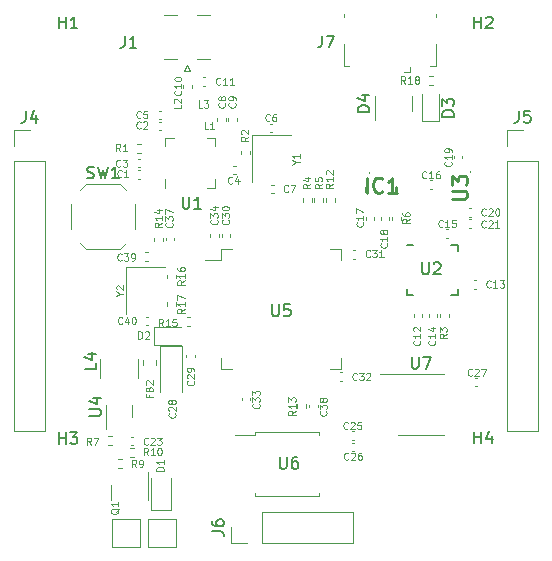
<source format=gto>
%TF.GenerationSoftware,KiCad,Pcbnew,(7.0.0)*%
%TF.CreationDate,2023-11-22T19:41:51+05:30*%
%TF.ProjectId,Drone_Controller_3.0,44726f6e-655f-4436-9f6e-74726f6c6c65,rev?*%
%TF.SameCoordinates,Original*%
%TF.FileFunction,Legend,Top*%
%TF.FilePolarity,Positive*%
%FSLAX46Y46*%
G04 Gerber Fmt 4.6, Leading zero omitted, Abs format (unit mm)*
G04 Created by KiCad (PCBNEW (7.0.0)) date 2023-11-22 19:41:51*
%MOMM*%
%LPD*%
G01*
G04 APERTURE LIST*
%ADD10C,0.100000*%
%ADD11C,0.150000*%
%ADD12C,0.254000*%
%ADD13C,0.120000*%
%ADD14C,0.016000*%
G04 APERTURE END LIST*
D10*
%TO.C,C4*%
X141075800Y-60056485D02*
X141047228Y-60085057D01*
X141047228Y-60085057D02*
X140961514Y-60113628D01*
X140961514Y-60113628D02*
X140904371Y-60113628D01*
X140904371Y-60113628D02*
X140818657Y-60085057D01*
X140818657Y-60085057D02*
X140761514Y-60027914D01*
X140761514Y-60027914D02*
X140732943Y-59970771D01*
X140732943Y-59970771D02*
X140704371Y-59856485D01*
X140704371Y-59856485D02*
X140704371Y-59770771D01*
X140704371Y-59770771D02*
X140732943Y-59656485D01*
X140732943Y-59656485D02*
X140761514Y-59599342D01*
X140761514Y-59599342D02*
X140818657Y-59542200D01*
X140818657Y-59542200D02*
X140904371Y-59513628D01*
X140904371Y-59513628D02*
X140961514Y-59513628D01*
X140961514Y-59513628D02*
X141047228Y-59542200D01*
X141047228Y-59542200D02*
X141075800Y-59570771D01*
X141590086Y-59713628D02*
X141590086Y-60113628D01*
X141447228Y-59485057D02*
X141304371Y-59913628D01*
X141304371Y-59913628D02*
X141675800Y-59913628D01*
%TO.C,R7*%
X129135200Y-82211628D02*
X128935200Y-81925914D01*
X128792343Y-82211628D02*
X128792343Y-81611628D01*
X128792343Y-81611628D02*
X129020914Y-81611628D01*
X129020914Y-81611628D02*
X129078057Y-81640200D01*
X129078057Y-81640200D02*
X129106628Y-81668771D01*
X129106628Y-81668771D02*
X129135200Y-81725914D01*
X129135200Y-81725914D02*
X129135200Y-81811628D01*
X129135200Y-81811628D02*
X129106628Y-81868771D01*
X129106628Y-81868771D02*
X129078057Y-81897342D01*
X129078057Y-81897342D02*
X129020914Y-81925914D01*
X129020914Y-81925914D02*
X128792343Y-81925914D01*
X129335200Y-81611628D02*
X129735200Y-81611628D01*
X129735200Y-81611628D02*
X129478057Y-82211628D01*
D11*
%TO.C,SW1*%
X128765467Y-59610161D02*
X128908324Y-59657780D01*
X128908324Y-59657780D02*
X129146419Y-59657780D01*
X129146419Y-59657780D02*
X129241657Y-59610161D01*
X129241657Y-59610161D02*
X129289276Y-59562542D01*
X129289276Y-59562542D02*
X129336895Y-59467304D01*
X129336895Y-59467304D02*
X129336895Y-59372066D01*
X129336895Y-59372066D02*
X129289276Y-59276828D01*
X129289276Y-59276828D02*
X129241657Y-59229209D01*
X129241657Y-59229209D02*
X129146419Y-59181590D01*
X129146419Y-59181590D02*
X128955943Y-59133971D01*
X128955943Y-59133971D02*
X128860705Y-59086352D01*
X128860705Y-59086352D02*
X128813086Y-59038733D01*
X128813086Y-59038733D02*
X128765467Y-58943495D01*
X128765467Y-58943495D02*
X128765467Y-58848257D01*
X128765467Y-58848257D02*
X128813086Y-58753019D01*
X128813086Y-58753019D02*
X128860705Y-58705400D01*
X128860705Y-58705400D02*
X128955943Y-58657780D01*
X128955943Y-58657780D02*
X129194038Y-58657780D01*
X129194038Y-58657780D02*
X129336895Y-58705400D01*
X129670229Y-58657780D02*
X129908324Y-59657780D01*
X129908324Y-59657780D02*
X130098800Y-58943495D01*
X130098800Y-58943495D02*
X130289276Y-59657780D01*
X130289276Y-59657780D02*
X130527372Y-58657780D01*
X131432133Y-59657780D02*
X130860705Y-59657780D01*
X131146419Y-59657780D02*
X131146419Y-58657780D01*
X131146419Y-58657780D02*
X131051181Y-58800638D01*
X131051181Y-58800638D02*
X130955943Y-58895876D01*
X130955943Y-58895876D02*
X130860705Y-58943495D01*
D10*
%TO.C,R4*%
X147642028Y-60143599D02*
X147356314Y-60343599D01*
X147642028Y-60486456D02*
X147042028Y-60486456D01*
X147042028Y-60486456D02*
X147042028Y-60257885D01*
X147042028Y-60257885D02*
X147070600Y-60200742D01*
X147070600Y-60200742D02*
X147099171Y-60172171D01*
X147099171Y-60172171D02*
X147156314Y-60143599D01*
X147156314Y-60143599D02*
X147242028Y-60143599D01*
X147242028Y-60143599D02*
X147299171Y-60172171D01*
X147299171Y-60172171D02*
X147327742Y-60200742D01*
X147327742Y-60200742D02*
X147356314Y-60257885D01*
X147356314Y-60257885D02*
X147356314Y-60486456D01*
X147242028Y-59629314D02*
X147642028Y-59629314D01*
X147013457Y-59772171D02*
X147442028Y-59915028D01*
X147442028Y-59915028D02*
X147442028Y-59543599D01*
D11*
%TO.C,U1*%
X136857895Y-61216380D02*
X136857895Y-62025904D01*
X136857895Y-62025904D02*
X136905514Y-62121142D01*
X136905514Y-62121142D02*
X136953133Y-62168761D01*
X136953133Y-62168761D02*
X137048371Y-62216380D01*
X137048371Y-62216380D02*
X137238847Y-62216380D01*
X137238847Y-62216380D02*
X137334085Y-62168761D01*
X137334085Y-62168761D02*
X137381704Y-62121142D01*
X137381704Y-62121142D02*
X137429323Y-62025904D01*
X137429323Y-62025904D02*
X137429323Y-61216380D01*
X138429323Y-62216380D02*
X137857895Y-62216380D01*
X138143609Y-62216380D02*
X138143609Y-61216380D01*
X138143609Y-61216380D02*
X138048371Y-61359238D01*
X138048371Y-61359238D02*
X137953133Y-61454476D01*
X137953133Y-61454476D02*
X137857895Y-61502095D01*
D10*
%TO.C,C5*%
X133303400Y-54493885D02*
X133274828Y-54522457D01*
X133274828Y-54522457D02*
X133189114Y-54551028D01*
X133189114Y-54551028D02*
X133131971Y-54551028D01*
X133131971Y-54551028D02*
X133046257Y-54522457D01*
X133046257Y-54522457D02*
X132989114Y-54465314D01*
X132989114Y-54465314D02*
X132960543Y-54408171D01*
X132960543Y-54408171D02*
X132931971Y-54293885D01*
X132931971Y-54293885D02*
X132931971Y-54208171D01*
X132931971Y-54208171D02*
X132960543Y-54093885D01*
X132960543Y-54093885D02*
X132989114Y-54036742D01*
X132989114Y-54036742D02*
X133046257Y-53979600D01*
X133046257Y-53979600D02*
X133131971Y-53951028D01*
X133131971Y-53951028D02*
X133189114Y-53951028D01*
X133189114Y-53951028D02*
X133274828Y-53979600D01*
X133274828Y-53979600D02*
X133303400Y-54008171D01*
X133846257Y-53951028D02*
X133560543Y-53951028D01*
X133560543Y-53951028D02*
X133531971Y-54236742D01*
X133531971Y-54236742D02*
X133560543Y-54208171D01*
X133560543Y-54208171D02*
X133617686Y-54179600D01*
X133617686Y-54179600D02*
X133760543Y-54179600D01*
X133760543Y-54179600D02*
X133817686Y-54208171D01*
X133817686Y-54208171D02*
X133846257Y-54236742D01*
X133846257Y-54236742D02*
X133874828Y-54293885D01*
X133874828Y-54293885D02*
X133874828Y-54436742D01*
X133874828Y-54436742D02*
X133846257Y-54493885D01*
X133846257Y-54493885D02*
X133817686Y-54522457D01*
X133817686Y-54522457D02*
X133760543Y-54551028D01*
X133760543Y-54551028D02*
X133617686Y-54551028D01*
X133617686Y-54551028D02*
X133560543Y-54522457D01*
X133560543Y-54522457D02*
X133531971Y-54493885D01*
%TO.C,R16*%
X137024828Y-68303314D02*
X136739114Y-68503314D01*
X137024828Y-68646171D02*
X136424828Y-68646171D01*
X136424828Y-68646171D02*
X136424828Y-68417600D01*
X136424828Y-68417600D02*
X136453400Y-68360457D01*
X136453400Y-68360457D02*
X136481971Y-68331886D01*
X136481971Y-68331886D02*
X136539114Y-68303314D01*
X136539114Y-68303314D02*
X136624828Y-68303314D01*
X136624828Y-68303314D02*
X136681971Y-68331886D01*
X136681971Y-68331886D02*
X136710542Y-68360457D01*
X136710542Y-68360457D02*
X136739114Y-68417600D01*
X136739114Y-68417600D02*
X136739114Y-68646171D01*
X137024828Y-67731886D02*
X137024828Y-68074743D01*
X137024828Y-67903314D02*
X136424828Y-67903314D01*
X136424828Y-67903314D02*
X136510542Y-67960457D01*
X136510542Y-67960457D02*
X136567685Y-68017600D01*
X136567685Y-68017600D02*
X136596257Y-68074743D01*
X136424828Y-67217600D02*
X136424828Y-67331885D01*
X136424828Y-67331885D02*
X136453400Y-67389028D01*
X136453400Y-67389028D02*
X136481971Y-67417600D01*
X136481971Y-67417600D02*
X136567685Y-67474742D01*
X136567685Y-67474742D02*
X136681971Y-67503314D01*
X136681971Y-67503314D02*
X136910542Y-67503314D01*
X136910542Y-67503314D02*
X136967685Y-67474742D01*
X136967685Y-67474742D02*
X136996257Y-67446171D01*
X136996257Y-67446171D02*
X137024828Y-67389028D01*
X137024828Y-67389028D02*
X137024828Y-67274742D01*
X137024828Y-67274742D02*
X136996257Y-67217600D01*
X136996257Y-67217600D02*
X136967685Y-67189028D01*
X136967685Y-67189028D02*
X136910542Y-67160457D01*
X136910542Y-67160457D02*
X136767685Y-67160457D01*
X136767685Y-67160457D02*
X136710542Y-67189028D01*
X136710542Y-67189028D02*
X136681971Y-67217600D01*
X136681971Y-67217600D02*
X136653400Y-67274742D01*
X136653400Y-67274742D02*
X136653400Y-67389028D01*
X136653400Y-67389028D02*
X136681971Y-67446171D01*
X136681971Y-67446171D02*
X136710542Y-67474742D01*
X136710542Y-67474742D02*
X136767685Y-67503314D01*
D11*
%TO.C,D3*%
X159828580Y-54433694D02*
X158828580Y-54433694D01*
X158828580Y-54433694D02*
X158828580Y-54195599D01*
X158828580Y-54195599D02*
X158876200Y-54052742D01*
X158876200Y-54052742D02*
X158971438Y-53957504D01*
X158971438Y-53957504D02*
X159066676Y-53909885D01*
X159066676Y-53909885D02*
X159257152Y-53862266D01*
X159257152Y-53862266D02*
X159400009Y-53862266D01*
X159400009Y-53862266D02*
X159590485Y-53909885D01*
X159590485Y-53909885D02*
X159685723Y-53957504D01*
X159685723Y-53957504D02*
X159780961Y-54052742D01*
X159780961Y-54052742D02*
X159828580Y-54195599D01*
X159828580Y-54195599D02*
X159828580Y-54433694D01*
X158828580Y-53528932D02*
X158828580Y-52909885D01*
X158828580Y-52909885D02*
X159209533Y-53243218D01*
X159209533Y-53243218D02*
X159209533Y-53100361D01*
X159209533Y-53100361D02*
X159257152Y-53005123D01*
X159257152Y-53005123D02*
X159304771Y-52957504D01*
X159304771Y-52957504D02*
X159400009Y-52909885D01*
X159400009Y-52909885D02*
X159638104Y-52909885D01*
X159638104Y-52909885D02*
X159733342Y-52957504D01*
X159733342Y-52957504D02*
X159780961Y-53005123D01*
X159780961Y-53005123D02*
X159828580Y-53100361D01*
X159828580Y-53100361D02*
X159828580Y-53386075D01*
X159828580Y-53386075D02*
X159780961Y-53481313D01*
X159780961Y-53481313D02*
X159733342Y-53528932D01*
D10*
%TO.C,R12*%
X149572428Y-60124514D02*
X149286714Y-60324514D01*
X149572428Y-60467371D02*
X148972428Y-60467371D01*
X148972428Y-60467371D02*
X148972428Y-60238800D01*
X148972428Y-60238800D02*
X149001000Y-60181657D01*
X149001000Y-60181657D02*
X149029571Y-60153086D01*
X149029571Y-60153086D02*
X149086714Y-60124514D01*
X149086714Y-60124514D02*
X149172428Y-60124514D01*
X149172428Y-60124514D02*
X149229571Y-60153086D01*
X149229571Y-60153086D02*
X149258142Y-60181657D01*
X149258142Y-60181657D02*
X149286714Y-60238800D01*
X149286714Y-60238800D02*
X149286714Y-60467371D01*
X149572428Y-59553086D02*
X149572428Y-59895943D01*
X149572428Y-59724514D02*
X148972428Y-59724514D01*
X148972428Y-59724514D02*
X149058142Y-59781657D01*
X149058142Y-59781657D02*
X149115285Y-59838800D01*
X149115285Y-59838800D02*
X149143857Y-59895943D01*
X149029571Y-59324514D02*
X149001000Y-59295942D01*
X149001000Y-59295942D02*
X148972428Y-59238800D01*
X148972428Y-59238800D02*
X148972428Y-59095942D01*
X148972428Y-59095942D02*
X149001000Y-59038800D01*
X149001000Y-59038800D02*
X149029571Y-59010228D01*
X149029571Y-59010228D02*
X149086714Y-58981657D01*
X149086714Y-58981657D02*
X149143857Y-58981657D01*
X149143857Y-58981657D02*
X149229571Y-59010228D01*
X149229571Y-59010228D02*
X149572428Y-59353085D01*
X149572428Y-59353085D02*
X149572428Y-58981657D01*
D11*
%TO.C,J1*%
X131949866Y-47613080D02*
X131949866Y-48327366D01*
X131949866Y-48327366D02*
X131902247Y-48470223D01*
X131902247Y-48470223D02*
X131807009Y-48565461D01*
X131807009Y-48565461D02*
X131664152Y-48613080D01*
X131664152Y-48613080D02*
X131568914Y-48613080D01*
X132949866Y-48613080D02*
X132378438Y-48613080D01*
X132664152Y-48613080D02*
X132664152Y-47613080D01*
X132664152Y-47613080D02*
X132568914Y-47755938D01*
X132568914Y-47755938D02*
X132473676Y-47851176D01*
X132473676Y-47851176D02*
X132378438Y-47898795D01*
D10*
%TO.C,C19*%
X159573685Y-58246914D02*
X159602257Y-58275486D01*
X159602257Y-58275486D02*
X159630828Y-58361200D01*
X159630828Y-58361200D02*
X159630828Y-58418343D01*
X159630828Y-58418343D02*
X159602257Y-58504057D01*
X159602257Y-58504057D02*
X159545114Y-58561200D01*
X159545114Y-58561200D02*
X159487971Y-58589771D01*
X159487971Y-58589771D02*
X159373685Y-58618343D01*
X159373685Y-58618343D02*
X159287971Y-58618343D01*
X159287971Y-58618343D02*
X159173685Y-58589771D01*
X159173685Y-58589771D02*
X159116542Y-58561200D01*
X159116542Y-58561200D02*
X159059400Y-58504057D01*
X159059400Y-58504057D02*
X159030828Y-58418343D01*
X159030828Y-58418343D02*
X159030828Y-58361200D01*
X159030828Y-58361200D02*
X159059400Y-58275486D01*
X159059400Y-58275486D02*
X159087971Y-58246914D01*
X159630828Y-57675486D02*
X159630828Y-58018343D01*
X159630828Y-57846914D02*
X159030828Y-57846914D01*
X159030828Y-57846914D02*
X159116542Y-57904057D01*
X159116542Y-57904057D02*
X159173685Y-57961200D01*
X159173685Y-57961200D02*
X159202257Y-58018343D01*
X159630828Y-57389771D02*
X159630828Y-57275485D01*
X159630828Y-57275485D02*
X159602257Y-57218342D01*
X159602257Y-57218342D02*
X159573685Y-57189771D01*
X159573685Y-57189771D02*
X159487971Y-57132628D01*
X159487971Y-57132628D02*
X159373685Y-57104057D01*
X159373685Y-57104057D02*
X159145114Y-57104057D01*
X159145114Y-57104057D02*
X159087971Y-57132628D01*
X159087971Y-57132628D02*
X159059400Y-57161200D01*
X159059400Y-57161200D02*
X159030828Y-57218342D01*
X159030828Y-57218342D02*
X159030828Y-57332628D01*
X159030828Y-57332628D02*
X159059400Y-57389771D01*
X159059400Y-57389771D02*
X159087971Y-57418342D01*
X159087971Y-57418342D02*
X159145114Y-57446914D01*
X159145114Y-57446914D02*
X159287971Y-57446914D01*
X159287971Y-57446914D02*
X159345114Y-57418342D01*
X159345114Y-57418342D02*
X159373685Y-57389771D01*
X159373685Y-57389771D02*
X159402257Y-57332628D01*
X159402257Y-57332628D02*
X159402257Y-57218342D01*
X159402257Y-57218342D02*
X159373685Y-57161200D01*
X159373685Y-57161200D02*
X159345114Y-57132628D01*
X159345114Y-57132628D02*
X159287971Y-57104057D01*
%TO.C,Q1*%
X131443171Y-87613242D02*
X131414600Y-87670385D01*
X131414600Y-87670385D02*
X131357457Y-87727528D01*
X131357457Y-87727528D02*
X131271742Y-87813242D01*
X131271742Y-87813242D02*
X131243171Y-87870385D01*
X131243171Y-87870385D02*
X131243171Y-87927528D01*
X131386028Y-87898957D02*
X131357457Y-87956100D01*
X131357457Y-87956100D02*
X131300314Y-88013242D01*
X131300314Y-88013242D02*
X131186028Y-88041814D01*
X131186028Y-88041814D02*
X130986028Y-88041814D01*
X130986028Y-88041814D02*
X130871742Y-88013242D01*
X130871742Y-88013242D02*
X130814600Y-87956100D01*
X130814600Y-87956100D02*
X130786028Y-87898957D01*
X130786028Y-87898957D02*
X130786028Y-87784671D01*
X130786028Y-87784671D02*
X130814600Y-87727528D01*
X130814600Y-87727528D02*
X130871742Y-87670385D01*
X130871742Y-87670385D02*
X130986028Y-87641814D01*
X130986028Y-87641814D02*
X131186028Y-87641814D01*
X131186028Y-87641814D02*
X131300314Y-87670385D01*
X131300314Y-87670385D02*
X131357457Y-87727528D01*
X131357457Y-87727528D02*
X131386028Y-87784671D01*
X131386028Y-87784671D02*
X131386028Y-87898957D01*
X131386028Y-87070386D02*
X131386028Y-87413243D01*
X131386028Y-87241814D02*
X130786028Y-87241814D01*
X130786028Y-87241814D02*
X130871742Y-87298957D01*
X130871742Y-87298957D02*
X130928885Y-87356100D01*
X130928885Y-87356100D02*
X130957457Y-87413243D01*
%TO.C,C13*%
X162936285Y-68844885D02*
X162907713Y-68873457D01*
X162907713Y-68873457D02*
X162821999Y-68902028D01*
X162821999Y-68902028D02*
X162764856Y-68902028D01*
X162764856Y-68902028D02*
X162679142Y-68873457D01*
X162679142Y-68873457D02*
X162621999Y-68816314D01*
X162621999Y-68816314D02*
X162593428Y-68759171D01*
X162593428Y-68759171D02*
X162564856Y-68644885D01*
X162564856Y-68644885D02*
X162564856Y-68559171D01*
X162564856Y-68559171D02*
X162593428Y-68444885D01*
X162593428Y-68444885D02*
X162621999Y-68387742D01*
X162621999Y-68387742D02*
X162679142Y-68330600D01*
X162679142Y-68330600D02*
X162764856Y-68302028D01*
X162764856Y-68302028D02*
X162821999Y-68302028D01*
X162821999Y-68302028D02*
X162907713Y-68330600D01*
X162907713Y-68330600D02*
X162936285Y-68359171D01*
X163507713Y-68902028D02*
X163164856Y-68902028D01*
X163336285Y-68902028D02*
X163336285Y-68302028D01*
X163336285Y-68302028D02*
X163279142Y-68387742D01*
X163279142Y-68387742D02*
X163221999Y-68444885D01*
X163221999Y-68444885D02*
X163164856Y-68473457D01*
X163707714Y-68302028D02*
X164079142Y-68302028D01*
X164079142Y-68302028D02*
X163879142Y-68530600D01*
X163879142Y-68530600D02*
X163964857Y-68530600D01*
X163964857Y-68530600D02*
X164022000Y-68559171D01*
X164022000Y-68559171D02*
X164050571Y-68587742D01*
X164050571Y-68587742D02*
X164079142Y-68644885D01*
X164079142Y-68644885D02*
X164079142Y-68787742D01*
X164079142Y-68787742D02*
X164050571Y-68844885D01*
X164050571Y-68844885D02*
X164022000Y-68873457D01*
X164022000Y-68873457D02*
X163964857Y-68902028D01*
X163964857Y-68902028D02*
X163793428Y-68902028D01*
X163793428Y-68902028D02*
X163736285Y-68873457D01*
X163736285Y-68873457D02*
X163707714Y-68844885D01*
%TO.C,FB2*%
X134018142Y-77997999D02*
X134018142Y-78197999D01*
X134332428Y-78197999D02*
X133732428Y-78197999D01*
X133732428Y-78197999D02*
X133732428Y-77912285D01*
X134018142Y-77483713D02*
X134046714Y-77397999D01*
X134046714Y-77397999D02*
X134075285Y-77369428D01*
X134075285Y-77369428D02*
X134132428Y-77340856D01*
X134132428Y-77340856D02*
X134218142Y-77340856D01*
X134218142Y-77340856D02*
X134275285Y-77369428D01*
X134275285Y-77369428D02*
X134303857Y-77397999D01*
X134303857Y-77397999D02*
X134332428Y-77455142D01*
X134332428Y-77455142D02*
X134332428Y-77683713D01*
X134332428Y-77683713D02*
X133732428Y-77683713D01*
X133732428Y-77683713D02*
X133732428Y-77483713D01*
X133732428Y-77483713D02*
X133761000Y-77426571D01*
X133761000Y-77426571D02*
X133789571Y-77397999D01*
X133789571Y-77397999D02*
X133846714Y-77369428D01*
X133846714Y-77369428D02*
X133903857Y-77369428D01*
X133903857Y-77369428D02*
X133961000Y-77397999D01*
X133961000Y-77397999D02*
X133989571Y-77426571D01*
X133989571Y-77426571D02*
X134018142Y-77483713D01*
X134018142Y-77483713D02*
X134018142Y-77683713D01*
X133789571Y-77112285D02*
X133761000Y-77083713D01*
X133761000Y-77083713D02*
X133732428Y-77026571D01*
X133732428Y-77026571D02*
X133732428Y-76883713D01*
X133732428Y-76883713D02*
X133761000Y-76826571D01*
X133761000Y-76826571D02*
X133789571Y-76797999D01*
X133789571Y-76797999D02*
X133846714Y-76769428D01*
X133846714Y-76769428D02*
X133903857Y-76769428D01*
X133903857Y-76769428D02*
X133989571Y-76797999D01*
X133989571Y-76797999D02*
X134332428Y-77140856D01*
X134332428Y-77140856D02*
X134332428Y-76769428D01*
D11*
%TO.C,U2*%
X157124495Y-66778980D02*
X157124495Y-67588504D01*
X157124495Y-67588504D02*
X157172114Y-67683742D01*
X157172114Y-67683742D02*
X157219733Y-67731361D01*
X157219733Y-67731361D02*
X157314971Y-67778980D01*
X157314971Y-67778980D02*
X157505447Y-67778980D01*
X157505447Y-67778980D02*
X157600685Y-67731361D01*
X157600685Y-67731361D02*
X157648304Y-67683742D01*
X157648304Y-67683742D02*
X157695923Y-67588504D01*
X157695923Y-67588504D02*
X157695923Y-66778980D01*
X158124495Y-66874219D02*
X158172114Y-66826600D01*
X158172114Y-66826600D02*
X158267352Y-66778980D01*
X158267352Y-66778980D02*
X158505447Y-66778980D01*
X158505447Y-66778980D02*
X158600685Y-66826600D01*
X158600685Y-66826600D02*
X158648304Y-66874219D01*
X158648304Y-66874219D02*
X158695923Y-66969457D01*
X158695923Y-66969457D02*
X158695923Y-67064695D01*
X158695923Y-67064695D02*
X158648304Y-67207552D01*
X158648304Y-67207552D02*
X158076876Y-67778980D01*
X158076876Y-67778980D02*
X158695923Y-67778980D01*
D10*
%TO.C,D2*%
X133110343Y-73220028D02*
X133110343Y-72620028D01*
X133110343Y-72620028D02*
X133253200Y-72620028D01*
X133253200Y-72620028D02*
X133338914Y-72648600D01*
X133338914Y-72648600D02*
X133396057Y-72705742D01*
X133396057Y-72705742D02*
X133424628Y-72762885D01*
X133424628Y-72762885D02*
X133453200Y-72877171D01*
X133453200Y-72877171D02*
X133453200Y-72962885D01*
X133453200Y-72962885D02*
X133424628Y-73077171D01*
X133424628Y-73077171D02*
X133396057Y-73134314D01*
X133396057Y-73134314D02*
X133338914Y-73191457D01*
X133338914Y-73191457D02*
X133253200Y-73220028D01*
X133253200Y-73220028D02*
X133110343Y-73220028D01*
X133681771Y-72677171D02*
X133710343Y-72648600D01*
X133710343Y-72648600D02*
X133767486Y-72620028D01*
X133767486Y-72620028D02*
X133910343Y-72620028D01*
X133910343Y-72620028D02*
X133967486Y-72648600D01*
X133967486Y-72648600D02*
X133996057Y-72677171D01*
X133996057Y-72677171D02*
X134024628Y-72734314D01*
X134024628Y-72734314D02*
X134024628Y-72791457D01*
X134024628Y-72791457D02*
X133996057Y-72877171D01*
X133996057Y-72877171D02*
X133653200Y-73220028D01*
X133653200Y-73220028D02*
X134024628Y-73220028D01*
%TO.C,C8*%
X140422085Y-53287599D02*
X140450657Y-53316171D01*
X140450657Y-53316171D02*
X140479228Y-53401885D01*
X140479228Y-53401885D02*
X140479228Y-53459028D01*
X140479228Y-53459028D02*
X140450657Y-53544742D01*
X140450657Y-53544742D02*
X140393514Y-53601885D01*
X140393514Y-53601885D02*
X140336371Y-53630456D01*
X140336371Y-53630456D02*
X140222085Y-53659028D01*
X140222085Y-53659028D02*
X140136371Y-53659028D01*
X140136371Y-53659028D02*
X140022085Y-53630456D01*
X140022085Y-53630456D02*
X139964942Y-53601885D01*
X139964942Y-53601885D02*
X139907800Y-53544742D01*
X139907800Y-53544742D02*
X139879228Y-53459028D01*
X139879228Y-53459028D02*
X139879228Y-53401885D01*
X139879228Y-53401885D02*
X139907800Y-53316171D01*
X139907800Y-53316171D02*
X139936371Y-53287599D01*
X140136371Y-52944742D02*
X140107800Y-53001885D01*
X140107800Y-53001885D02*
X140079228Y-53030456D01*
X140079228Y-53030456D02*
X140022085Y-53059028D01*
X140022085Y-53059028D02*
X139993514Y-53059028D01*
X139993514Y-53059028D02*
X139936371Y-53030456D01*
X139936371Y-53030456D02*
X139907800Y-53001885D01*
X139907800Y-53001885D02*
X139879228Y-52944742D01*
X139879228Y-52944742D02*
X139879228Y-52830456D01*
X139879228Y-52830456D02*
X139907800Y-52773314D01*
X139907800Y-52773314D02*
X139936371Y-52744742D01*
X139936371Y-52744742D02*
X139993514Y-52716171D01*
X139993514Y-52716171D02*
X140022085Y-52716171D01*
X140022085Y-52716171D02*
X140079228Y-52744742D01*
X140079228Y-52744742D02*
X140107800Y-52773314D01*
X140107800Y-52773314D02*
X140136371Y-52830456D01*
X140136371Y-52830456D02*
X140136371Y-52944742D01*
X140136371Y-52944742D02*
X140164942Y-53001885D01*
X140164942Y-53001885D02*
X140193514Y-53030456D01*
X140193514Y-53030456D02*
X140250657Y-53059028D01*
X140250657Y-53059028D02*
X140364942Y-53059028D01*
X140364942Y-53059028D02*
X140422085Y-53030456D01*
X140422085Y-53030456D02*
X140450657Y-53001885D01*
X140450657Y-53001885D02*
X140479228Y-52944742D01*
X140479228Y-52944742D02*
X140479228Y-52830456D01*
X140479228Y-52830456D02*
X140450657Y-52773314D01*
X140450657Y-52773314D02*
X140422085Y-52744742D01*
X140422085Y-52744742D02*
X140364942Y-52716171D01*
X140364942Y-52716171D02*
X140250657Y-52716171D01*
X140250657Y-52716171D02*
X140193514Y-52744742D01*
X140193514Y-52744742D02*
X140164942Y-52773314D01*
X140164942Y-52773314D02*
X140136371Y-52830456D01*
%TO.C,C23*%
X133929485Y-82154485D02*
X133900913Y-82183057D01*
X133900913Y-82183057D02*
X133815199Y-82211628D01*
X133815199Y-82211628D02*
X133758056Y-82211628D01*
X133758056Y-82211628D02*
X133672342Y-82183057D01*
X133672342Y-82183057D02*
X133615199Y-82125914D01*
X133615199Y-82125914D02*
X133586628Y-82068771D01*
X133586628Y-82068771D02*
X133558056Y-81954485D01*
X133558056Y-81954485D02*
X133558056Y-81868771D01*
X133558056Y-81868771D02*
X133586628Y-81754485D01*
X133586628Y-81754485D02*
X133615199Y-81697342D01*
X133615199Y-81697342D02*
X133672342Y-81640200D01*
X133672342Y-81640200D02*
X133758056Y-81611628D01*
X133758056Y-81611628D02*
X133815199Y-81611628D01*
X133815199Y-81611628D02*
X133900913Y-81640200D01*
X133900913Y-81640200D02*
X133929485Y-81668771D01*
X134158056Y-81668771D02*
X134186628Y-81640200D01*
X134186628Y-81640200D02*
X134243771Y-81611628D01*
X134243771Y-81611628D02*
X134386628Y-81611628D01*
X134386628Y-81611628D02*
X134443771Y-81640200D01*
X134443771Y-81640200D02*
X134472342Y-81668771D01*
X134472342Y-81668771D02*
X134500913Y-81725914D01*
X134500913Y-81725914D02*
X134500913Y-81783057D01*
X134500913Y-81783057D02*
X134472342Y-81868771D01*
X134472342Y-81868771D02*
X134129485Y-82211628D01*
X134129485Y-82211628D02*
X134500913Y-82211628D01*
X134700914Y-81611628D02*
X135072342Y-81611628D01*
X135072342Y-81611628D02*
X134872342Y-81840200D01*
X134872342Y-81840200D02*
X134958057Y-81840200D01*
X134958057Y-81840200D02*
X135015200Y-81868771D01*
X135015200Y-81868771D02*
X135043771Y-81897342D01*
X135043771Y-81897342D02*
X135072342Y-81954485D01*
X135072342Y-81954485D02*
X135072342Y-82097342D01*
X135072342Y-82097342D02*
X135043771Y-82154485D01*
X135043771Y-82154485D02*
X135015200Y-82183057D01*
X135015200Y-82183057D02*
X134958057Y-82211628D01*
X134958057Y-82211628D02*
X134786628Y-82211628D01*
X134786628Y-82211628D02*
X134729485Y-82183057D01*
X134729485Y-82183057D02*
X134700914Y-82154485D01*
%TO.C,C31*%
X152725485Y-66254085D02*
X152696913Y-66282657D01*
X152696913Y-66282657D02*
X152611199Y-66311228D01*
X152611199Y-66311228D02*
X152554056Y-66311228D01*
X152554056Y-66311228D02*
X152468342Y-66282657D01*
X152468342Y-66282657D02*
X152411199Y-66225514D01*
X152411199Y-66225514D02*
X152382628Y-66168371D01*
X152382628Y-66168371D02*
X152354056Y-66054085D01*
X152354056Y-66054085D02*
X152354056Y-65968371D01*
X152354056Y-65968371D02*
X152382628Y-65854085D01*
X152382628Y-65854085D02*
X152411199Y-65796942D01*
X152411199Y-65796942D02*
X152468342Y-65739800D01*
X152468342Y-65739800D02*
X152554056Y-65711228D01*
X152554056Y-65711228D02*
X152611199Y-65711228D01*
X152611199Y-65711228D02*
X152696913Y-65739800D01*
X152696913Y-65739800D02*
X152725485Y-65768371D01*
X152925485Y-65711228D02*
X153296913Y-65711228D01*
X153296913Y-65711228D02*
X153096913Y-65939800D01*
X153096913Y-65939800D02*
X153182628Y-65939800D01*
X153182628Y-65939800D02*
X153239771Y-65968371D01*
X153239771Y-65968371D02*
X153268342Y-65996942D01*
X153268342Y-65996942D02*
X153296913Y-66054085D01*
X153296913Y-66054085D02*
X153296913Y-66196942D01*
X153296913Y-66196942D02*
X153268342Y-66254085D01*
X153268342Y-66254085D02*
X153239771Y-66282657D01*
X153239771Y-66282657D02*
X153182628Y-66311228D01*
X153182628Y-66311228D02*
X153011199Y-66311228D01*
X153011199Y-66311228D02*
X152954056Y-66282657D01*
X152954056Y-66282657D02*
X152925485Y-66254085D01*
X153868342Y-66311228D02*
X153525485Y-66311228D01*
X153696914Y-66311228D02*
X153696914Y-65711228D01*
X153696914Y-65711228D02*
X153639771Y-65796942D01*
X153639771Y-65796942D02*
X153582628Y-65854085D01*
X153582628Y-65854085D02*
X153525485Y-65882657D01*
D11*
%TO.C,U4*%
X128949780Y-79767104D02*
X129759304Y-79767104D01*
X129759304Y-79767104D02*
X129854542Y-79719485D01*
X129854542Y-79719485D02*
X129902161Y-79671866D01*
X129902161Y-79671866D02*
X129949780Y-79576628D01*
X129949780Y-79576628D02*
X129949780Y-79386152D01*
X129949780Y-79386152D02*
X129902161Y-79290914D01*
X129902161Y-79290914D02*
X129854542Y-79243295D01*
X129854542Y-79243295D02*
X129759304Y-79195676D01*
X129759304Y-79195676D02*
X128949780Y-79195676D01*
X129283114Y-78290914D02*
X129949780Y-78290914D01*
X128902161Y-78529009D02*
X129616447Y-78767104D01*
X129616447Y-78767104D02*
X129616447Y-78148057D01*
D10*
%TO.C,R14*%
X135094428Y-63428514D02*
X134808714Y-63628514D01*
X135094428Y-63771371D02*
X134494428Y-63771371D01*
X134494428Y-63771371D02*
X134494428Y-63542800D01*
X134494428Y-63542800D02*
X134523000Y-63485657D01*
X134523000Y-63485657D02*
X134551571Y-63457086D01*
X134551571Y-63457086D02*
X134608714Y-63428514D01*
X134608714Y-63428514D02*
X134694428Y-63428514D01*
X134694428Y-63428514D02*
X134751571Y-63457086D01*
X134751571Y-63457086D02*
X134780142Y-63485657D01*
X134780142Y-63485657D02*
X134808714Y-63542800D01*
X134808714Y-63542800D02*
X134808714Y-63771371D01*
X135094428Y-62857086D02*
X135094428Y-63199943D01*
X135094428Y-63028514D02*
X134494428Y-63028514D01*
X134494428Y-63028514D02*
X134580142Y-63085657D01*
X134580142Y-63085657D02*
X134637285Y-63142800D01*
X134637285Y-63142800D02*
X134665857Y-63199943D01*
X134694428Y-62342800D02*
X135094428Y-62342800D01*
X134465857Y-62485657D02*
X134894428Y-62628514D01*
X134894428Y-62628514D02*
X134894428Y-62257085D01*
D11*
%TO.C,U7*%
X156260895Y-74758180D02*
X156260895Y-75567704D01*
X156260895Y-75567704D02*
X156308514Y-75662942D01*
X156308514Y-75662942D02*
X156356133Y-75710561D01*
X156356133Y-75710561D02*
X156451371Y-75758180D01*
X156451371Y-75758180D02*
X156641847Y-75758180D01*
X156641847Y-75758180D02*
X156737085Y-75710561D01*
X156737085Y-75710561D02*
X156784704Y-75662942D01*
X156784704Y-75662942D02*
X156832323Y-75567704D01*
X156832323Y-75567704D02*
X156832323Y-74758180D01*
X157213276Y-74758180D02*
X157879942Y-74758180D01*
X157879942Y-74758180D02*
X157451371Y-75758180D01*
%TO.C,H3*%
X126378095Y-82133380D02*
X126378095Y-81133380D01*
X126378095Y-81609571D02*
X126949523Y-81609571D01*
X126949523Y-82133380D02*
X126949523Y-81133380D01*
X127330476Y-81133380D02*
X127949523Y-81133380D01*
X127949523Y-81133380D02*
X127616190Y-81514333D01*
X127616190Y-81514333D02*
X127759047Y-81514333D01*
X127759047Y-81514333D02*
X127854285Y-81561952D01*
X127854285Y-81561952D02*
X127901904Y-81609571D01*
X127901904Y-81609571D02*
X127949523Y-81704809D01*
X127949523Y-81704809D02*
X127949523Y-81942904D01*
X127949523Y-81942904D02*
X127901904Y-82038142D01*
X127901904Y-82038142D02*
X127854285Y-82085761D01*
X127854285Y-82085761D02*
X127759047Y-82133380D01*
X127759047Y-82133380D02*
X127473333Y-82133380D01*
X127473333Y-82133380D02*
X127378095Y-82085761D01*
X127378095Y-82085761D02*
X127330476Y-82038142D01*
D10*
%TO.C,C34*%
X139761685Y-63174514D02*
X139790257Y-63203086D01*
X139790257Y-63203086D02*
X139818828Y-63288800D01*
X139818828Y-63288800D02*
X139818828Y-63345943D01*
X139818828Y-63345943D02*
X139790257Y-63431657D01*
X139790257Y-63431657D02*
X139733114Y-63488800D01*
X139733114Y-63488800D02*
X139675971Y-63517371D01*
X139675971Y-63517371D02*
X139561685Y-63545943D01*
X139561685Y-63545943D02*
X139475971Y-63545943D01*
X139475971Y-63545943D02*
X139361685Y-63517371D01*
X139361685Y-63517371D02*
X139304542Y-63488800D01*
X139304542Y-63488800D02*
X139247400Y-63431657D01*
X139247400Y-63431657D02*
X139218828Y-63345943D01*
X139218828Y-63345943D02*
X139218828Y-63288800D01*
X139218828Y-63288800D02*
X139247400Y-63203086D01*
X139247400Y-63203086D02*
X139275971Y-63174514D01*
X139218828Y-62974514D02*
X139218828Y-62603086D01*
X139218828Y-62603086D02*
X139447400Y-62803086D01*
X139447400Y-62803086D02*
X139447400Y-62717371D01*
X139447400Y-62717371D02*
X139475971Y-62660229D01*
X139475971Y-62660229D02*
X139504542Y-62631657D01*
X139504542Y-62631657D02*
X139561685Y-62603086D01*
X139561685Y-62603086D02*
X139704542Y-62603086D01*
X139704542Y-62603086D02*
X139761685Y-62631657D01*
X139761685Y-62631657D02*
X139790257Y-62660229D01*
X139790257Y-62660229D02*
X139818828Y-62717371D01*
X139818828Y-62717371D02*
X139818828Y-62888800D01*
X139818828Y-62888800D02*
X139790257Y-62945943D01*
X139790257Y-62945943D02*
X139761685Y-62974514D01*
X139418828Y-62088800D02*
X139818828Y-62088800D01*
X139190257Y-62231657D02*
X139618828Y-62374514D01*
X139618828Y-62374514D02*
X139618828Y-62003085D01*
%TO.C,C29*%
X137780485Y-76816914D02*
X137809057Y-76845486D01*
X137809057Y-76845486D02*
X137837628Y-76931200D01*
X137837628Y-76931200D02*
X137837628Y-76988343D01*
X137837628Y-76988343D02*
X137809057Y-77074057D01*
X137809057Y-77074057D02*
X137751914Y-77131200D01*
X137751914Y-77131200D02*
X137694771Y-77159771D01*
X137694771Y-77159771D02*
X137580485Y-77188343D01*
X137580485Y-77188343D02*
X137494771Y-77188343D01*
X137494771Y-77188343D02*
X137380485Y-77159771D01*
X137380485Y-77159771D02*
X137323342Y-77131200D01*
X137323342Y-77131200D02*
X137266200Y-77074057D01*
X137266200Y-77074057D02*
X137237628Y-76988343D01*
X137237628Y-76988343D02*
X137237628Y-76931200D01*
X137237628Y-76931200D02*
X137266200Y-76845486D01*
X137266200Y-76845486D02*
X137294771Y-76816914D01*
X137294771Y-76588343D02*
X137266200Y-76559771D01*
X137266200Y-76559771D02*
X137237628Y-76502629D01*
X137237628Y-76502629D02*
X137237628Y-76359771D01*
X137237628Y-76359771D02*
X137266200Y-76302629D01*
X137266200Y-76302629D02*
X137294771Y-76274057D01*
X137294771Y-76274057D02*
X137351914Y-76245486D01*
X137351914Y-76245486D02*
X137409057Y-76245486D01*
X137409057Y-76245486D02*
X137494771Y-76274057D01*
X137494771Y-76274057D02*
X137837628Y-76616914D01*
X137837628Y-76616914D02*
X137837628Y-76245486D01*
X137837628Y-75959771D02*
X137837628Y-75845485D01*
X137837628Y-75845485D02*
X137809057Y-75788342D01*
X137809057Y-75788342D02*
X137780485Y-75759771D01*
X137780485Y-75759771D02*
X137694771Y-75702628D01*
X137694771Y-75702628D02*
X137580485Y-75674057D01*
X137580485Y-75674057D02*
X137351914Y-75674057D01*
X137351914Y-75674057D02*
X137294771Y-75702628D01*
X137294771Y-75702628D02*
X137266200Y-75731200D01*
X137266200Y-75731200D02*
X137237628Y-75788342D01*
X137237628Y-75788342D02*
X137237628Y-75902628D01*
X137237628Y-75902628D02*
X137266200Y-75959771D01*
X137266200Y-75959771D02*
X137294771Y-75988342D01*
X137294771Y-75988342D02*
X137351914Y-76016914D01*
X137351914Y-76016914D02*
X137494771Y-76016914D01*
X137494771Y-76016914D02*
X137551914Y-75988342D01*
X137551914Y-75988342D02*
X137580485Y-75959771D01*
X137580485Y-75959771D02*
X137609057Y-75902628D01*
X137609057Y-75902628D02*
X137609057Y-75788342D01*
X137609057Y-75788342D02*
X137580485Y-75731200D01*
X137580485Y-75731200D02*
X137551914Y-75702628D01*
X137551914Y-75702628D02*
X137494771Y-75674057D01*
D11*
%TO.C,U6*%
X145084895Y-83238180D02*
X145084895Y-84047704D01*
X145084895Y-84047704D02*
X145132514Y-84142942D01*
X145132514Y-84142942D02*
X145180133Y-84190561D01*
X145180133Y-84190561D02*
X145275371Y-84238180D01*
X145275371Y-84238180D02*
X145465847Y-84238180D01*
X145465847Y-84238180D02*
X145561085Y-84190561D01*
X145561085Y-84190561D02*
X145608704Y-84142942D01*
X145608704Y-84142942D02*
X145656323Y-84047704D01*
X145656323Y-84047704D02*
X145656323Y-83238180D01*
X146561085Y-83238180D02*
X146370609Y-83238180D01*
X146370609Y-83238180D02*
X146275371Y-83285800D01*
X146275371Y-83285800D02*
X146227752Y-83333419D01*
X146227752Y-83333419D02*
X146132514Y-83476276D01*
X146132514Y-83476276D02*
X146084895Y-83666752D01*
X146084895Y-83666752D02*
X146084895Y-84047704D01*
X146084895Y-84047704D02*
X146132514Y-84142942D01*
X146132514Y-84142942D02*
X146180133Y-84190561D01*
X146180133Y-84190561D02*
X146275371Y-84238180D01*
X146275371Y-84238180D02*
X146465847Y-84238180D01*
X146465847Y-84238180D02*
X146561085Y-84190561D01*
X146561085Y-84190561D02*
X146608704Y-84142942D01*
X146608704Y-84142942D02*
X146656323Y-84047704D01*
X146656323Y-84047704D02*
X146656323Y-83809609D01*
X146656323Y-83809609D02*
X146608704Y-83714371D01*
X146608704Y-83714371D02*
X146561085Y-83666752D01*
X146561085Y-83666752D02*
X146465847Y-83619133D01*
X146465847Y-83619133D02*
X146275371Y-83619133D01*
X146275371Y-83619133D02*
X146180133Y-83666752D01*
X146180133Y-83666752D02*
X146132514Y-83714371D01*
X146132514Y-83714371D02*
X146084895Y-83809609D01*
D10*
%TO.C,C20*%
X162529885Y-62748885D02*
X162501313Y-62777457D01*
X162501313Y-62777457D02*
X162415599Y-62806028D01*
X162415599Y-62806028D02*
X162358456Y-62806028D01*
X162358456Y-62806028D02*
X162272742Y-62777457D01*
X162272742Y-62777457D02*
X162215599Y-62720314D01*
X162215599Y-62720314D02*
X162187028Y-62663171D01*
X162187028Y-62663171D02*
X162158456Y-62548885D01*
X162158456Y-62548885D02*
X162158456Y-62463171D01*
X162158456Y-62463171D02*
X162187028Y-62348885D01*
X162187028Y-62348885D02*
X162215599Y-62291742D01*
X162215599Y-62291742D02*
X162272742Y-62234600D01*
X162272742Y-62234600D02*
X162358456Y-62206028D01*
X162358456Y-62206028D02*
X162415599Y-62206028D01*
X162415599Y-62206028D02*
X162501313Y-62234600D01*
X162501313Y-62234600D02*
X162529885Y-62263171D01*
X162758456Y-62263171D02*
X162787028Y-62234600D01*
X162787028Y-62234600D02*
X162844171Y-62206028D01*
X162844171Y-62206028D02*
X162987028Y-62206028D01*
X162987028Y-62206028D02*
X163044171Y-62234600D01*
X163044171Y-62234600D02*
X163072742Y-62263171D01*
X163072742Y-62263171D02*
X163101313Y-62320314D01*
X163101313Y-62320314D02*
X163101313Y-62377457D01*
X163101313Y-62377457D02*
X163072742Y-62463171D01*
X163072742Y-62463171D02*
X162729885Y-62806028D01*
X162729885Y-62806028D02*
X163101313Y-62806028D01*
X163472742Y-62206028D02*
X163529885Y-62206028D01*
X163529885Y-62206028D02*
X163587028Y-62234600D01*
X163587028Y-62234600D02*
X163615600Y-62263171D01*
X163615600Y-62263171D02*
X163644171Y-62320314D01*
X163644171Y-62320314D02*
X163672742Y-62434600D01*
X163672742Y-62434600D02*
X163672742Y-62577457D01*
X163672742Y-62577457D02*
X163644171Y-62691742D01*
X163644171Y-62691742D02*
X163615600Y-62748885D01*
X163615600Y-62748885D02*
X163587028Y-62777457D01*
X163587028Y-62777457D02*
X163529885Y-62806028D01*
X163529885Y-62806028D02*
X163472742Y-62806028D01*
X163472742Y-62806028D02*
X163415600Y-62777457D01*
X163415600Y-62777457D02*
X163387028Y-62748885D01*
X163387028Y-62748885D02*
X163358457Y-62691742D01*
X163358457Y-62691742D02*
X163329885Y-62577457D01*
X163329885Y-62577457D02*
X163329885Y-62434600D01*
X163329885Y-62434600D02*
X163358457Y-62320314D01*
X163358457Y-62320314D02*
X163387028Y-62263171D01*
X163387028Y-62263171D02*
X163415600Y-62234600D01*
X163415600Y-62234600D02*
X163472742Y-62206028D01*
%TO.C,C16*%
X157500685Y-59599285D02*
X157472113Y-59627857D01*
X157472113Y-59627857D02*
X157386399Y-59656428D01*
X157386399Y-59656428D02*
X157329256Y-59656428D01*
X157329256Y-59656428D02*
X157243542Y-59627857D01*
X157243542Y-59627857D02*
X157186399Y-59570714D01*
X157186399Y-59570714D02*
X157157828Y-59513571D01*
X157157828Y-59513571D02*
X157129256Y-59399285D01*
X157129256Y-59399285D02*
X157129256Y-59313571D01*
X157129256Y-59313571D02*
X157157828Y-59199285D01*
X157157828Y-59199285D02*
X157186399Y-59142142D01*
X157186399Y-59142142D02*
X157243542Y-59085000D01*
X157243542Y-59085000D02*
X157329256Y-59056428D01*
X157329256Y-59056428D02*
X157386399Y-59056428D01*
X157386399Y-59056428D02*
X157472113Y-59085000D01*
X157472113Y-59085000D02*
X157500685Y-59113571D01*
X158072113Y-59656428D02*
X157729256Y-59656428D01*
X157900685Y-59656428D02*
X157900685Y-59056428D01*
X157900685Y-59056428D02*
X157843542Y-59142142D01*
X157843542Y-59142142D02*
X157786399Y-59199285D01*
X157786399Y-59199285D02*
X157729256Y-59227857D01*
X158586400Y-59056428D02*
X158472114Y-59056428D01*
X158472114Y-59056428D02*
X158414971Y-59085000D01*
X158414971Y-59085000D02*
X158386400Y-59113571D01*
X158386400Y-59113571D02*
X158329257Y-59199285D01*
X158329257Y-59199285D02*
X158300685Y-59313571D01*
X158300685Y-59313571D02*
X158300685Y-59542142D01*
X158300685Y-59542142D02*
X158329257Y-59599285D01*
X158329257Y-59599285D02*
X158357828Y-59627857D01*
X158357828Y-59627857D02*
X158414971Y-59656428D01*
X158414971Y-59656428D02*
X158529257Y-59656428D01*
X158529257Y-59656428D02*
X158586400Y-59627857D01*
X158586400Y-59627857D02*
X158614971Y-59599285D01*
X158614971Y-59599285D02*
X158643542Y-59542142D01*
X158643542Y-59542142D02*
X158643542Y-59399285D01*
X158643542Y-59399285D02*
X158614971Y-59342142D01*
X158614971Y-59342142D02*
X158586400Y-59313571D01*
X158586400Y-59313571D02*
X158529257Y-59285000D01*
X158529257Y-59285000D02*
X158414971Y-59285000D01*
X158414971Y-59285000D02*
X158357828Y-59313571D01*
X158357828Y-59313571D02*
X158329257Y-59342142D01*
X158329257Y-59342142D02*
X158300685Y-59399285D01*
%TO.C,R1*%
X131573600Y-57345028D02*
X131373600Y-57059314D01*
X131230743Y-57345028D02*
X131230743Y-56745028D01*
X131230743Y-56745028D02*
X131459314Y-56745028D01*
X131459314Y-56745028D02*
X131516457Y-56773600D01*
X131516457Y-56773600D02*
X131545028Y-56802171D01*
X131545028Y-56802171D02*
X131573600Y-56859314D01*
X131573600Y-56859314D02*
X131573600Y-56945028D01*
X131573600Y-56945028D02*
X131545028Y-57002171D01*
X131545028Y-57002171D02*
X131516457Y-57030742D01*
X131516457Y-57030742D02*
X131459314Y-57059314D01*
X131459314Y-57059314D02*
X131230743Y-57059314D01*
X132145028Y-57345028D02*
X131802171Y-57345028D01*
X131973600Y-57345028D02*
X131973600Y-56745028D01*
X131973600Y-56745028D02*
X131916457Y-56830742D01*
X131916457Y-56830742D02*
X131859314Y-56887885D01*
X131859314Y-56887885D02*
X131802171Y-56916457D01*
D11*
%TO.C,H2*%
X161544095Y-46967380D02*
X161544095Y-45967380D01*
X161544095Y-46443571D02*
X162115523Y-46443571D01*
X162115523Y-46967380D02*
X162115523Y-45967380D01*
X162544095Y-46062619D02*
X162591714Y-46015000D01*
X162591714Y-46015000D02*
X162686952Y-45967380D01*
X162686952Y-45967380D02*
X162925047Y-45967380D01*
X162925047Y-45967380D02*
X163020285Y-46015000D01*
X163020285Y-46015000D02*
X163067904Y-46062619D01*
X163067904Y-46062619D02*
X163115523Y-46157857D01*
X163115523Y-46157857D02*
X163115523Y-46253095D01*
X163115523Y-46253095D02*
X163067904Y-46395952D01*
X163067904Y-46395952D02*
X162496476Y-46967380D01*
X162496476Y-46967380D02*
X163115523Y-46967380D01*
D10*
%TO.C,R17*%
X137024828Y-70690914D02*
X136739114Y-70890914D01*
X137024828Y-71033771D02*
X136424828Y-71033771D01*
X136424828Y-71033771D02*
X136424828Y-70805200D01*
X136424828Y-70805200D02*
X136453400Y-70748057D01*
X136453400Y-70748057D02*
X136481971Y-70719486D01*
X136481971Y-70719486D02*
X136539114Y-70690914D01*
X136539114Y-70690914D02*
X136624828Y-70690914D01*
X136624828Y-70690914D02*
X136681971Y-70719486D01*
X136681971Y-70719486D02*
X136710542Y-70748057D01*
X136710542Y-70748057D02*
X136739114Y-70805200D01*
X136739114Y-70805200D02*
X136739114Y-71033771D01*
X137024828Y-70119486D02*
X137024828Y-70462343D01*
X137024828Y-70290914D02*
X136424828Y-70290914D01*
X136424828Y-70290914D02*
X136510542Y-70348057D01*
X136510542Y-70348057D02*
X136567685Y-70405200D01*
X136567685Y-70405200D02*
X136596257Y-70462343D01*
X136424828Y-69919485D02*
X136424828Y-69519485D01*
X136424828Y-69519485D02*
X137024828Y-69776628D01*
%TO.C,C37*%
X135951685Y-63428514D02*
X135980257Y-63457086D01*
X135980257Y-63457086D02*
X136008828Y-63542800D01*
X136008828Y-63542800D02*
X136008828Y-63599943D01*
X136008828Y-63599943D02*
X135980257Y-63685657D01*
X135980257Y-63685657D02*
X135923114Y-63742800D01*
X135923114Y-63742800D02*
X135865971Y-63771371D01*
X135865971Y-63771371D02*
X135751685Y-63799943D01*
X135751685Y-63799943D02*
X135665971Y-63799943D01*
X135665971Y-63799943D02*
X135551685Y-63771371D01*
X135551685Y-63771371D02*
X135494542Y-63742800D01*
X135494542Y-63742800D02*
X135437400Y-63685657D01*
X135437400Y-63685657D02*
X135408828Y-63599943D01*
X135408828Y-63599943D02*
X135408828Y-63542800D01*
X135408828Y-63542800D02*
X135437400Y-63457086D01*
X135437400Y-63457086D02*
X135465971Y-63428514D01*
X135408828Y-63228514D02*
X135408828Y-62857086D01*
X135408828Y-62857086D02*
X135637400Y-63057086D01*
X135637400Y-63057086D02*
X135637400Y-62971371D01*
X135637400Y-62971371D02*
X135665971Y-62914229D01*
X135665971Y-62914229D02*
X135694542Y-62885657D01*
X135694542Y-62885657D02*
X135751685Y-62857086D01*
X135751685Y-62857086D02*
X135894542Y-62857086D01*
X135894542Y-62857086D02*
X135951685Y-62885657D01*
X135951685Y-62885657D02*
X135980257Y-62914229D01*
X135980257Y-62914229D02*
X136008828Y-62971371D01*
X136008828Y-62971371D02*
X136008828Y-63142800D01*
X136008828Y-63142800D02*
X135980257Y-63199943D01*
X135980257Y-63199943D02*
X135951685Y-63228514D01*
X135408828Y-62657085D02*
X135408828Y-62257085D01*
X135408828Y-62257085D02*
X136008828Y-62514228D01*
%TO.C,C12*%
X156932085Y-73385314D02*
X156960657Y-73413886D01*
X156960657Y-73413886D02*
X156989228Y-73499600D01*
X156989228Y-73499600D02*
X156989228Y-73556743D01*
X156989228Y-73556743D02*
X156960657Y-73642457D01*
X156960657Y-73642457D02*
X156903514Y-73699600D01*
X156903514Y-73699600D02*
X156846371Y-73728171D01*
X156846371Y-73728171D02*
X156732085Y-73756743D01*
X156732085Y-73756743D02*
X156646371Y-73756743D01*
X156646371Y-73756743D02*
X156532085Y-73728171D01*
X156532085Y-73728171D02*
X156474942Y-73699600D01*
X156474942Y-73699600D02*
X156417800Y-73642457D01*
X156417800Y-73642457D02*
X156389228Y-73556743D01*
X156389228Y-73556743D02*
X156389228Y-73499600D01*
X156389228Y-73499600D02*
X156417800Y-73413886D01*
X156417800Y-73413886D02*
X156446371Y-73385314D01*
X156989228Y-72813886D02*
X156989228Y-73156743D01*
X156989228Y-72985314D02*
X156389228Y-72985314D01*
X156389228Y-72985314D02*
X156474942Y-73042457D01*
X156474942Y-73042457D02*
X156532085Y-73099600D01*
X156532085Y-73099600D02*
X156560657Y-73156743D01*
X156446371Y-72585314D02*
X156417800Y-72556742D01*
X156417800Y-72556742D02*
X156389228Y-72499600D01*
X156389228Y-72499600D02*
X156389228Y-72356742D01*
X156389228Y-72356742D02*
X156417800Y-72299600D01*
X156417800Y-72299600D02*
X156446371Y-72271028D01*
X156446371Y-72271028D02*
X156503514Y-72242457D01*
X156503514Y-72242457D02*
X156560657Y-72242457D01*
X156560657Y-72242457D02*
X156646371Y-72271028D01*
X156646371Y-72271028D02*
X156989228Y-72613885D01*
X156989228Y-72613885D02*
X156989228Y-72242457D01*
%TO.C,C39*%
X131694285Y-66558885D02*
X131665713Y-66587457D01*
X131665713Y-66587457D02*
X131579999Y-66616028D01*
X131579999Y-66616028D02*
X131522856Y-66616028D01*
X131522856Y-66616028D02*
X131437142Y-66587457D01*
X131437142Y-66587457D02*
X131379999Y-66530314D01*
X131379999Y-66530314D02*
X131351428Y-66473171D01*
X131351428Y-66473171D02*
X131322856Y-66358885D01*
X131322856Y-66358885D02*
X131322856Y-66273171D01*
X131322856Y-66273171D02*
X131351428Y-66158885D01*
X131351428Y-66158885D02*
X131379999Y-66101742D01*
X131379999Y-66101742D02*
X131437142Y-66044600D01*
X131437142Y-66044600D02*
X131522856Y-66016028D01*
X131522856Y-66016028D02*
X131579999Y-66016028D01*
X131579999Y-66016028D02*
X131665713Y-66044600D01*
X131665713Y-66044600D02*
X131694285Y-66073171D01*
X131894285Y-66016028D02*
X132265713Y-66016028D01*
X132265713Y-66016028D02*
X132065713Y-66244600D01*
X132065713Y-66244600D02*
X132151428Y-66244600D01*
X132151428Y-66244600D02*
X132208571Y-66273171D01*
X132208571Y-66273171D02*
X132237142Y-66301742D01*
X132237142Y-66301742D02*
X132265713Y-66358885D01*
X132265713Y-66358885D02*
X132265713Y-66501742D01*
X132265713Y-66501742D02*
X132237142Y-66558885D01*
X132237142Y-66558885D02*
X132208571Y-66587457D01*
X132208571Y-66587457D02*
X132151428Y-66616028D01*
X132151428Y-66616028D02*
X131979999Y-66616028D01*
X131979999Y-66616028D02*
X131922856Y-66587457D01*
X131922856Y-66587457D02*
X131894285Y-66558885D01*
X132551428Y-66616028D02*
X132665714Y-66616028D01*
X132665714Y-66616028D02*
X132722857Y-66587457D01*
X132722857Y-66587457D02*
X132751428Y-66558885D01*
X132751428Y-66558885D02*
X132808571Y-66473171D01*
X132808571Y-66473171D02*
X132837142Y-66358885D01*
X132837142Y-66358885D02*
X132837142Y-66130314D01*
X132837142Y-66130314D02*
X132808571Y-66073171D01*
X132808571Y-66073171D02*
X132780000Y-66044600D01*
X132780000Y-66044600D02*
X132722857Y-66016028D01*
X132722857Y-66016028D02*
X132608571Y-66016028D01*
X132608571Y-66016028D02*
X132551428Y-66044600D01*
X132551428Y-66044600D02*
X132522857Y-66073171D01*
X132522857Y-66073171D02*
X132494285Y-66130314D01*
X132494285Y-66130314D02*
X132494285Y-66273171D01*
X132494285Y-66273171D02*
X132522857Y-66330314D01*
X132522857Y-66330314D02*
X132551428Y-66358885D01*
X132551428Y-66358885D02*
X132608571Y-66387457D01*
X132608571Y-66387457D02*
X132722857Y-66387457D01*
X132722857Y-66387457D02*
X132780000Y-66358885D01*
X132780000Y-66358885D02*
X132808571Y-66330314D01*
X132808571Y-66330314D02*
X132837142Y-66273171D01*
%TO.C,C32*%
X151607885Y-76668085D02*
X151579313Y-76696657D01*
X151579313Y-76696657D02*
X151493599Y-76725228D01*
X151493599Y-76725228D02*
X151436456Y-76725228D01*
X151436456Y-76725228D02*
X151350742Y-76696657D01*
X151350742Y-76696657D02*
X151293599Y-76639514D01*
X151293599Y-76639514D02*
X151265028Y-76582371D01*
X151265028Y-76582371D02*
X151236456Y-76468085D01*
X151236456Y-76468085D02*
X151236456Y-76382371D01*
X151236456Y-76382371D02*
X151265028Y-76268085D01*
X151265028Y-76268085D02*
X151293599Y-76210942D01*
X151293599Y-76210942D02*
X151350742Y-76153800D01*
X151350742Y-76153800D02*
X151436456Y-76125228D01*
X151436456Y-76125228D02*
X151493599Y-76125228D01*
X151493599Y-76125228D02*
X151579313Y-76153800D01*
X151579313Y-76153800D02*
X151607885Y-76182371D01*
X151807885Y-76125228D02*
X152179313Y-76125228D01*
X152179313Y-76125228D02*
X151979313Y-76353800D01*
X151979313Y-76353800D02*
X152065028Y-76353800D01*
X152065028Y-76353800D02*
X152122171Y-76382371D01*
X152122171Y-76382371D02*
X152150742Y-76410942D01*
X152150742Y-76410942D02*
X152179313Y-76468085D01*
X152179313Y-76468085D02*
X152179313Y-76610942D01*
X152179313Y-76610942D02*
X152150742Y-76668085D01*
X152150742Y-76668085D02*
X152122171Y-76696657D01*
X152122171Y-76696657D02*
X152065028Y-76725228D01*
X152065028Y-76725228D02*
X151893599Y-76725228D01*
X151893599Y-76725228D02*
X151836456Y-76696657D01*
X151836456Y-76696657D02*
X151807885Y-76668085D01*
X152407885Y-76182371D02*
X152436457Y-76153800D01*
X152436457Y-76153800D02*
X152493600Y-76125228D01*
X152493600Y-76125228D02*
X152636457Y-76125228D01*
X152636457Y-76125228D02*
X152693600Y-76153800D01*
X152693600Y-76153800D02*
X152722171Y-76182371D01*
X152722171Y-76182371D02*
X152750742Y-76239514D01*
X152750742Y-76239514D02*
X152750742Y-76296657D01*
X152750742Y-76296657D02*
X152722171Y-76382371D01*
X152722171Y-76382371D02*
X152379314Y-76725228D01*
X152379314Y-76725228D02*
X152750742Y-76725228D01*
%TO.C,L3*%
X138533200Y-53662028D02*
X138247486Y-53662028D01*
X138247486Y-53662028D02*
X138247486Y-53062028D01*
X138676057Y-53062028D02*
X139047485Y-53062028D01*
X139047485Y-53062028D02*
X138847485Y-53290600D01*
X138847485Y-53290600D02*
X138933200Y-53290600D01*
X138933200Y-53290600D02*
X138990343Y-53319171D01*
X138990343Y-53319171D02*
X139018914Y-53347742D01*
X139018914Y-53347742D02*
X139047485Y-53404885D01*
X139047485Y-53404885D02*
X139047485Y-53547742D01*
X139047485Y-53547742D02*
X139018914Y-53604885D01*
X139018914Y-53604885D02*
X138990343Y-53633457D01*
X138990343Y-53633457D02*
X138933200Y-53662028D01*
X138933200Y-53662028D02*
X138761771Y-53662028D01*
X138761771Y-53662028D02*
X138704628Y-53633457D01*
X138704628Y-53633457D02*
X138676057Y-53604885D01*
%TO.C,C27*%
X161361485Y-76312485D02*
X161332913Y-76341057D01*
X161332913Y-76341057D02*
X161247199Y-76369628D01*
X161247199Y-76369628D02*
X161190056Y-76369628D01*
X161190056Y-76369628D02*
X161104342Y-76341057D01*
X161104342Y-76341057D02*
X161047199Y-76283914D01*
X161047199Y-76283914D02*
X161018628Y-76226771D01*
X161018628Y-76226771D02*
X160990056Y-76112485D01*
X160990056Y-76112485D02*
X160990056Y-76026771D01*
X160990056Y-76026771D02*
X161018628Y-75912485D01*
X161018628Y-75912485D02*
X161047199Y-75855342D01*
X161047199Y-75855342D02*
X161104342Y-75798200D01*
X161104342Y-75798200D02*
X161190056Y-75769628D01*
X161190056Y-75769628D02*
X161247199Y-75769628D01*
X161247199Y-75769628D02*
X161332913Y-75798200D01*
X161332913Y-75798200D02*
X161361485Y-75826771D01*
X161590056Y-75826771D02*
X161618628Y-75798200D01*
X161618628Y-75798200D02*
X161675771Y-75769628D01*
X161675771Y-75769628D02*
X161818628Y-75769628D01*
X161818628Y-75769628D02*
X161875771Y-75798200D01*
X161875771Y-75798200D02*
X161904342Y-75826771D01*
X161904342Y-75826771D02*
X161932913Y-75883914D01*
X161932913Y-75883914D02*
X161932913Y-75941057D01*
X161932913Y-75941057D02*
X161904342Y-76026771D01*
X161904342Y-76026771D02*
X161561485Y-76369628D01*
X161561485Y-76369628D02*
X161932913Y-76369628D01*
X162132914Y-75769628D02*
X162532914Y-75769628D01*
X162532914Y-75769628D02*
X162275771Y-76369628D01*
D11*
%TO.C,J5*%
X165325466Y-53933380D02*
X165325466Y-54647666D01*
X165325466Y-54647666D02*
X165277847Y-54790523D01*
X165277847Y-54790523D02*
X165182609Y-54885761D01*
X165182609Y-54885761D02*
X165039752Y-54933380D01*
X165039752Y-54933380D02*
X164944514Y-54933380D01*
X166277847Y-53933380D02*
X165801657Y-53933380D01*
X165801657Y-53933380D02*
X165754038Y-54409571D01*
X165754038Y-54409571D02*
X165801657Y-54361952D01*
X165801657Y-54361952D02*
X165896895Y-54314333D01*
X165896895Y-54314333D02*
X166134990Y-54314333D01*
X166134990Y-54314333D02*
X166230228Y-54361952D01*
X166230228Y-54361952D02*
X166277847Y-54409571D01*
X166277847Y-54409571D02*
X166325466Y-54504809D01*
X166325466Y-54504809D02*
X166325466Y-54742904D01*
X166325466Y-54742904D02*
X166277847Y-54838142D01*
X166277847Y-54838142D02*
X166230228Y-54885761D01*
X166230228Y-54885761D02*
X166134990Y-54933380D01*
X166134990Y-54933380D02*
X165896895Y-54933380D01*
X165896895Y-54933380D02*
X165801657Y-54885761D01*
X165801657Y-54885761D02*
X165754038Y-54838142D01*
D10*
%TO.C,C30*%
X140726885Y-63174514D02*
X140755457Y-63203086D01*
X140755457Y-63203086D02*
X140784028Y-63288800D01*
X140784028Y-63288800D02*
X140784028Y-63345943D01*
X140784028Y-63345943D02*
X140755457Y-63431657D01*
X140755457Y-63431657D02*
X140698314Y-63488800D01*
X140698314Y-63488800D02*
X140641171Y-63517371D01*
X140641171Y-63517371D02*
X140526885Y-63545943D01*
X140526885Y-63545943D02*
X140441171Y-63545943D01*
X140441171Y-63545943D02*
X140326885Y-63517371D01*
X140326885Y-63517371D02*
X140269742Y-63488800D01*
X140269742Y-63488800D02*
X140212600Y-63431657D01*
X140212600Y-63431657D02*
X140184028Y-63345943D01*
X140184028Y-63345943D02*
X140184028Y-63288800D01*
X140184028Y-63288800D02*
X140212600Y-63203086D01*
X140212600Y-63203086D02*
X140241171Y-63174514D01*
X140184028Y-62974514D02*
X140184028Y-62603086D01*
X140184028Y-62603086D02*
X140412600Y-62803086D01*
X140412600Y-62803086D02*
X140412600Y-62717371D01*
X140412600Y-62717371D02*
X140441171Y-62660229D01*
X140441171Y-62660229D02*
X140469742Y-62631657D01*
X140469742Y-62631657D02*
X140526885Y-62603086D01*
X140526885Y-62603086D02*
X140669742Y-62603086D01*
X140669742Y-62603086D02*
X140726885Y-62631657D01*
X140726885Y-62631657D02*
X140755457Y-62660229D01*
X140755457Y-62660229D02*
X140784028Y-62717371D01*
X140784028Y-62717371D02*
X140784028Y-62888800D01*
X140784028Y-62888800D02*
X140755457Y-62945943D01*
X140755457Y-62945943D02*
X140726885Y-62974514D01*
X140184028Y-62231657D02*
X140184028Y-62174514D01*
X140184028Y-62174514D02*
X140212600Y-62117371D01*
X140212600Y-62117371D02*
X140241171Y-62088800D01*
X140241171Y-62088800D02*
X140298314Y-62060228D01*
X140298314Y-62060228D02*
X140412600Y-62031657D01*
X140412600Y-62031657D02*
X140555457Y-62031657D01*
X140555457Y-62031657D02*
X140669742Y-62060228D01*
X140669742Y-62060228D02*
X140726885Y-62088800D01*
X140726885Y-62088800D02*
X140755457Y-62117371D01*
X140755457Y-62117371D02*
X140784028Y-62174514D01*
X140784028Y-62174514D02*
X140784028Y-62231657D01*
X140784028Y-62231657D02*
X140755457Y-62288800D01*
X140755457Y-62288800D02*
X140726885Y-62317371D01*
X140726885Y-62317371D02*
X140669742Y-62345942D01*
X140669742Y-62345942D02*
X140555457Y-62374514D01*
X140555457Y-62374514D02*
X140412600Y-62374514D01*
X140412600Y-62374514D02*
X140298314Y-62345942D01*
X140298314Y-62345942D02*
X140241171Y-62317371D01*
X140241171Y-62317371D02*
X140212600Y-62288800D01*
X140212600Y-62288800D02*
X140184028Y-62231657D01*
%TO.C,C11*%
X140050885Y-51674485D02*
X140022313Y-51703057D01*
X140022313Y-51703057D02*
X139936599Y-51731628D01*
X139936599Y-51731628D02*
X139879456Y-51731628D01*
X139879456Y-51731628D02*
X139793742Y-51703057D01*
X139793742Y-51703057D02*
X139736599Y-51645914D01*
X139736599Y-51645914D02*
X139708028Y-51588771D01*
X139708028Y-51588771D02*
X139679456Y-51474485D01*
X139679456Y-51474485D02*
X139679456Y-51388771D01*
X139679456Y-51388771D02*
X139708028Y-51274485D01*
X139708028Y-51274485D02*
X139736599Y-51217342D01*
X139736599Y-51217342D02*
X139793742Y-51160200D01*
X139793742Y-51160200D02*
X139879456Y-51131628D01*
X139879456Y-51131628D02*
X139936599Y-51131628D01*
X139936599Y-51131628D02*
X140022313Y-51160200D01*
X140022313Y-51160200D02*
X140050885Y-51188771D01*
X140622313Y-51731628D02*
X140279456Y-51731628D01*
X140450885Y-51731628D02*
X140450885Y-51131628D01*
X140450885Y-51131628D02*
X140393742Y-51217342D01*
X140393742Y-51217342D02*
X140336599Y-51274485D01*
X140336599Y-51274485D02*
X140279456Y-51303057D01*
X141193742Y-51731628D02*
X140850885Y-51731628D01*
X141022314Y-51731628D02*
X141022314Y-51131628D01*
X141022314Y-51131628D02*
X140965171Y-51217342D01*
X140965171Y-51217342D02*
X140908028Y-51274485D01*
X140908028Y-51274485D02*
X140850885Y-51303057D01*
%TO.C,R15*%
X135199485Y-72153228D02*
X134999485Y-71867514D01*
X134856628Y-72153228D02*
X134856628Y-71553228D01*
X134856628Y-71553228D02*
X135085199Y-71553228D01*
X135085199Y-71553228D02*
X135142342Y-71581800D01*
X135142342Y-71581800D02*
X135170913Y-71610371D01*
X135170913Y-71610371D02*
X135199485Y-71667514D01*
X135199485Y-71667514D02*
X135199485Y-71753228D01*
X135199485Y-71753228D02*
X135170913Y-71810371D01*
X135170913Y-71810371D02*
X135142342Y-71838942D01*
X135142342Y-71838942D02*
X135085199Y-71867514D01*
X135085199Y-71867514D02*
X134856628Y-71867514D01*
X135770913Y-72153228D02*
X135428056Y-72153228D01*
X135599485Y-72153228D02*
X135599485Y-71553228D01*
X135599485Y-71553228D02*
X135542342Y-71638942D01*
X135542342Y-71638942D02*
X135485199Y-71696085D01*
X135485199Y-71696085D02*
X135428056Y-71724657D01*
X136313771Y-71553228D02*
X136028057Y-71553228D01*
X136028057Y-71553228D02*
X135999485Y-71838942D01*
X135999485Y-71838942D02*
X136028057Y-71810371D01*
X136028057Y-71810371D02*
X136085200Y-71781800D01*
X136085200Y-71781800D02*
X136228057Y-71781800D01*
X136228057Y-71781800D02*
X136285200Y-71810371D01*
X136285200Y-71810371D02*
X136313771Y-71838942D01*
X136313771Y-71838942D02*
X136342342Y-71896085D01*
X136342342Y-71896085D02*
X136342342Y-72038942D01*
X136342342Y-72038942D02*
X136313771Y-72096085D01*
X136313771Y-72096085D02*
X136285200Y-72124657D01*
X136285200Y-72124657D02*
X136228057Y-72153228D01*
X136228057Y-72153228D02*
X136085200Y-72153228D01*
X136085200Y-72153228D02*
X136028057Y-72124657D01*
X136028057Y-72124657D02*
X135999485Y-72096085D01*
%TO.C,C26*%
X150896685Y-83424485D02*
X150868113Y-83453057D01*
X150868113Y-83453057D02*
X150782399Y-83481628D01*
X150782399Y-83481628D02*
X150725256Y-83481628D01*
X150725256Y-83481628D02*
X150639542Y-83453057D01*
X150639542Y-83453057D02*
X150582399Y-83395914D01*
X150582399Y-83395914D02*
X150553828Y-83338771D01*
X150553828Y-83338771D02*
X150525256Y-83224485D01*
X150525256Y-83224485D02*
X150525256Y-83138771D01*
X150525256Y-83138771D02*
X150553828Y-83024485D01*
X150553828Y-83024485D02*
X150582399Y-82967342D01*
X150582399Y-82967342D02*
X150639542Y-82910200D01*
X150639542Y-82910200D02*
X150725256Y-82881628D01*
X150725256Y-82881628D02*
X150782399Y-82881628D01*
X150782399Y-82881628D02*
X150868113Y-82910200D01*
X150868113Y-82910200D02*
X150896685Y-82938771D01*
X151125256Y-82938771D02*
X151153828Y-82910200D01*
X151153828Y-82910200D02*
X151210971Y-82881628D01*
X151210971Y-82881628D02*
X151353828Y-82881628D01*
X151353828Y-82881628D02*
X151410971Y-82910200D01*
X151410971Y-82910200D02*
X151439542Y-82938771D01*
X151439542Y-82938771D02*
X151468113Y-82995914D01*
X151468113Y-82995914D02*
X151468113Y-83053057D01*
X151468113Y-83053057D02*
X151439542Y-83138771D01*
X151439542Y-83138771D02*
X151096685Y-83481628D01*
X151096685Y-83481628D02*
X151468113Y-83481628D01*
X151982400Y-82881628D02*
X151868114Y-82881628D01*
X151868114Y-82881628D02*
X151810971Y-82910200D01*
X151810971Y-82910200D02*
X151782400Y-82938771D01*
X151782400Y-82938771D02*
X151725257Y-83024485D01*
X151725257Y-83024485D02*
X151696685Y-83138771D01*
X151696685Y-83138771D02*
X151696685Y-83367342D01*
X151696685Y-83367342D02*
X151725257Y-83424485D01*
X151725257Y-83424485D02*
X151753828Y-83453057D01*
X151753828Y-83453057D02*
X151810971Y-83481628D01*
X151810971Y-83481628D02*
X151925257Y-83481628D01*
X151925257Y-83481628D02*
X151982400Y-83453057D01*
X151982400Y-83453057D02*
X152010971Y-83424485D01*
X152010971Y-83424485D02*
X152039542Y-83367342D01*
X152039542Y-83367342D02*
X152039542Y-83224485D01*
X152039542Y-83224485D02*
X152010971Y-83167342D01*
X152010971Y-83167342D02*
X151982400Y-83138771D01*
X151982400Y-83138771D02*
X151925257Y-83110200D01*
X151925257Y-83110200D02*
X151810971Y-83110200D01*
X151810971Y-83110200D02*
X151753828Y-83138771D01*
X151753828Y-83138771D02*
X151725257Y-83167342D01*
X151725257Y-83167342D02*
X151696685Y-83224485D01*
D12*
%TO.C,U3*%
X159673773Y-61419619D02*
X160701869Y-61419619D01*
X160701869Y-61419619D02*
X160822821Y-61359142D01*
X160822821Y-61359142D02*
X160883297Y-61298666D01*
X160883297Y-61298666D02*
X160943773Y-61177714D01*
X160943773Y-61177714D02*
X160943773Y-60935809D01*
X160943773Y-60935809D02*
X160883297Y-60814857D01*
X160883297Y-60814857D02*
X160822821Y-60754380D01*
X160822821Y-60754380D02*
X160701869Y-60693904D01*
X160701869Y-60693904D02*
X159673773Y-60693904D01*
X159673773Y-60210095D02*
X159673773Y-59423904D01*
X159673773Y-59423904D02*
X160157583Y-59847238D01*
X160157583Y-59847238D02*
X160157583Y-59665809D01*
X160157583Y-59665809D02*
X160218059Y-59544857D01*
X160218059Y-59544857D02*
X160278535Y-59484381D01*
X160278535Y-59484381D02*
X160399488Y-59423904D01*
X160399488Y-59423904D02*
X160701869Y-59423904D01*
X160701869Y-59423904D02*
X160822821Y-59484381D01*
X160822821Y-59484381D02*
X160883297Y-59544857D01*
X160883297Y-59544857D02*
X160943773Y-59665809D01*
X160943773Y-59665809D02*
X160943773Y-60028666D01*
X160943773Y-60028666D02*
X160883297Y-60149619D01*
X160883297Y-60149619D02*
X160822821Y-60210095D01*
D10*
%TO.C,C14*%
X158202085Y-73385314D02*
X158230657Y-73413886D01*
X158230657Y-73413886D02*
X158259228Y-73499600D01*
X158259228Y-73499600D02*
X158259228Y-73556743D01*
X158259228Y-73556743D02*
X158230657Y-73642457D01*
X158230657Y-73642457D02*
X158173514Y-73699600D01*
X158173514Y-73699600D02*
X158116371Y-73728171D01*
X158116371Y-73728171D02*
X158002085Y-73756743D01*
X158002085Y-73756743D02*
X157916371Y-73756743D01*
X157916371Y-73756743D02*
X157802085Y-73728171D01*
X157802085Y-73728171D02*
X157744942Y-73699600D01*
X157744942Y-73699600D02*
X157687800Y-73642457D01*
X157687800Y-73642457D02*
X157659228Y-73556743D01*
X157659228Y-73556743D02*
X157659228Y-73499600D01*
X157659228Y-73499600D02*
X157687800Y-73413886D01*
X157687800Y-73413886D02*
X157716371Y-73385314D01*
X158259228Y-72813886D02*
X158259228Y-73156743D01*
X158259228Y-72985314D02*
X157659228Y-72985314D01*
X157659228Y-72985314D02*
X157744942Y-73042457D01*
X157744942Y-73042457D02*
X157802085Y-73099600D01*
X157802085Y-73099600D02*
X157830657Y-73156743D01*
X157859228Y-72299600D02*
X158259228Y-72299600D01*
X157630657Y-72442457D02*
X158059228Y-72585314D01*
X158059228Y-72585314D02*
X158059228Y-72213885D01*
D11*
%TO.C,J4*%
X123567866Y-53933380D02*
X123567866Y-54647666D01*
X123567866Y-54647666D02*
X123520247Y-54790523D01*
X123520247Y-54790523D02*
X123425009Y-54885761D01*
X123425009Y-54885761D02*
X123282152Y-54933380D01*
X123282152Y-54933380D02*
X123186914Y-54933380D01*
X124472628Y-54266714D02*
X124472628Y-54933380D01*
X124234533Y-53885761D02*
X123996438Y-54600047D01*
X123996438Y-54600047D02*
X124615485Y-54600047D01*
D10*
%TO.C,R5*%
X148658028Y-60143599D02*
X148372314Y-60343599D01*
X148658028Y-60486456D02*
X148058028Y-60486456D01*
X148058028Y-60486456D02*
X148058028Y-60257885D01*
X148058028Y-60257885D02*
X148086600Y-60200742D01*
X148086600Y-60200742D02*
X148115171Y-60172171D01*
X148115171Y-60172171D02*
X148172314Y-60143599D01*
X148172314Y-60143599D02*
X148258028Y-60143599D01*
X148258028Y-60143599D02*
X148315171Y-60172171D01*
X148315171Y-60172171D02*
X148343742Y-60200742D01*
X148343742Y-60200742D02*
X148372314Y-60257885D01*
X148372314Y-60257885D02*
X148372314Y-60486456D01*
X148058028Y-59600742D02*
X148058028Y-59886456D01*
X148058028Y-59886456D02*
X148343742Y-59915028D01*
X148343742Y-59915028D02*
X148315171Y-59886456D01*
X148315171Y-59886456D02*
X148286600Y-59829314D01*
X148286600Y-59829314D02*
X148286600Y-59686456D01*
X148286600Y-59686456D02*
X148315171Y-59629314D01*
X148315171Y-59629314D02*
X148343742Y-59600742D01*
X148343742Y-59600742D02*
X148400885Y-59572171D01*
X148400885Y-59572171D02*
X148543742Y-59572171D01*
X148543742Y-59572171D02*
X148600885Y-59600742D01*
X148600885Y-59600742D02*
X148629457Y-59629314D01*
X148629457Y-59629314D02*
X148658028Y-59686456D01*
X148658028Y-59686456D02*
X148658028Y-59829314D01*
X148658028Y-59829314D02*
X148629457Y-59886456D01*
X148629457Y-59886456D02*
X148600885Y-59915028D01*
D11*
%TO.C,J7*%
X148663066Y-47576580D02*
X148663066Y-48290866D01*
X148663066Y-48290866D02*
X148615447Y-48433723D01*
X148615447Y-48433723D02*
X148520209Y-48528961D01*
X148520209Y-48528961D02*
X148377352Y-48576580D01*
X148377352Y-48576580D02*
X148282114Y-48576580D01*
X149044019Y-47576580D02*
X149710685Y-47576580D01*
X149710685Y-47576580D02*
X149282114Y-48576580D01*
D10*
%TO.C,R18*%
X155722685Y-51630028D02*
X155522685Y-51344314D01*
X155379828Y-51630028D02*
X155379828Y-51030028D01*
X155379828Y-51030028D02*
X155608399Y-51030028D01*
X155608399Y-51030028D02*
X155665542Y-51058600D01*
X155665542Y-51058600D02*
X155694113Y-51087171D01*
X155694113Y-51087171D02*
X155722685Y-51144314D01*
X155722685Y-51144314D02*
X155722685Y-51230028D01*
X155722685Y-51230028D02*
X155694113Y-51287171D01*
X155694113Y-51287171D02*
X155665542Y-51315742D01*
X155665542Y-51315742D02*
X155608399Y-51344314D01*
X155608399Y-51344314D02*
X155379828Y-51344314D01*
X156294113Y-51630028D02*
X155951256Y-51630028D01*
X156122685Y-51630028D02*
X156122685Y-51030028D01*
X156122685Y-51030028D02*
X156065542Y-51115742D01*
X156065542Y-51115742D02*
X156008399Y-51172885D01*
X156008399Y-51172885D02*
X155951256Y-51201457D01*
X156636971Y-51287171D02*
X156579828Y-51258600D01*
X156579828Y-51258600D02*
X156551257Y-51230028D01*
X156551257Y-51230028D02*
X156522685Y-51172885D01*
X156522685Y-51172885D02*
X156522685Y-51144314D01*
X156522685Y-51144314D02*
X156551257Y-51087171D01*
X156551257Y-51087171D02*
X156579828Y-51058600D01*
X156579828Y-51058600D02*
X156636971Y-51030028D01*
X156636971Y-51030028D02*
X156751257Y-51030028D01*
X156751257Y-51030028D02*
X156808400Y-51058600D01*
X156808400Y-51058600D02*
X156836971Y-51087171D01*
X156836971Y-51087171D02*
X156865542Y-51144314D01*
X156865542Y-51144314D02*
X156865542Y-51172885D01*
X156865542Y-51172885D02*
X156836971Y-51230028D01*
X156836971Y-51230028D02*
X156808400Y-51258600D01*
X156808400Y-51258600D02*
X156751257Y-51287171D01*
X156751257Y-51287171D02*
X156636971Y-51287171D01*
X156636971Y-51287171D02*
X156579828Y-51315742D01*
X156579828Y-51315742D02*
X156551257Y-51344314D01*
X156551257Y-51344314D02*
X156522685Y-51401457D01*
X156522685Y-51401457D02*
X156522685Y-51515742D01*
X156522685Y-51515742D02*
X156551257Y-51572885D01*
X156551257Y-51572885D02*
X156579828Y-51601457D01*
X156579828Y-51601457D02*
X156636971Y-51630028D01*
X156636971Y-51630028D02*
X156751257Y-51630028D01*
X156751257Y-51630028D02*
X156808400Y-51601457D01*
X156808400Y-51601457D02*
X156836971Y-51572885D01*
X156836971Y-51572885D02*
X156865542Y-51515742D01*
X156865542Y-51515742D02*
X156865542Y-51401457D01*
X156865542Y-51401457D02*
X156836971Y-51344314D01*
X156836971Y-51344314D02*
X156808400Y-51315742D01*
X156808400Y-51315742D02*
X156751257Y-51287171D01*
%TO.C,C10*%
X136690885Y-52227114D02*
X136719457Y-52255686D01*
X136719457Y-52255686D02*
X136748028Y-52341400D01*
X136748028Y-52341400D02*
X136748028Y-52398543D01*
X136748028Y-52398543D02*
X136719457Y-52484257D01*
X136719457Y-52484257D02*
X136662314Y-52541400D01*
X136662314Y-52541400D02*
X136605171Y-52569971D01*
X136605171Y-52569971D02*
X136490885Y-52598543D01*
X136490885Y-52598543D02*
X136405171Y-52598543D01*
X136405171Y-52598543D02*
X136290885Y-52569971D01*
X136290885Y-52569971D02*
X136233742Y-52541400D01*
X136233742Y-52541400D02*
X136176600Y-52484257D01*
X136176600Y-52484257D02*
X136148028Y-52398543D01*
X136148028Y-52398543D02*
X136148028Y-52341400D01*
X136148028Y-52341400D02*
X136176600Y-52255686D01*
X136176600Y-52255686D02*
X136205171Y-52227114D01*
X136748028Y-51655686D02*
X136748028Y-51998543D01*
X136748028Y-51827114D02*
X136148028Y-51827114D01*
X136148028Y-51827114D02*
X136233742Y-51884257D01*
X136233742Y-51884257D02*
X136290885Y-51941400D01*
X136290885Y-51941400D02*
X136319457Y-51998543D01*
X136148028Y-51284257D02*
X136148028Y-51227114D01*
X136148028Y-51227114D02*
X136176600Y-51169971D01*
X136176600Y-51169971D02*
X136205171Y-51141400D01*
X136205171Y-51141400D02*
X136262314Y-51112828D01*
X136262314Y-51112828D02*
X136376600Y-51084257D01*
X136376600Y-51084257D02*
X136519457Y-51084257D01*
X136519457Y-51084257D02*
X136633742Y-51112828D01*
X136633742Y-51112828D02*
X136690885Y-51141400D01*
X136690885Y-51141400D02*
X136719457Y-51169971D01*
X136719457Y-51169971D02*
X136748028Y-51227114D01*
X136748028Y-51227114D02*
X136748028Y-51284257D01*
X136748028Y-51284257D02*
X136719457Y-51341400D01*
X136719457Y-51341400D02*
X136690885Y-51369971D01*
X136690885Y-51369971D02*
X136633742Y-51398542D01*
X136633742Y-51398542D02*
X136519457Y-51427114D01*
X136519457Y-51427114D02*
X136376600Y-51427114D01*
X136376600Y-51427114D02*
X136262314Y-51398542D01*
X136262314Y-51398542D02*
X136205171Y-51369971D01*
X136205171Y-51369971D02*
X136176600Y-51341400D01*
X136176600Y-51341400D02*
X136148028Y-51284257D01*
%TO.C,R2*%
X142409628Y-56132399D02*
X142123914Y-56332399D01*
X142409628Y-56475256D02*
X141809628Y-56475256D01*
X141809628Y-56475256D02*
X141809628Y-56246685D01*
X141809628Y-56246685D02*
X141838200Y-56189542D01*
X141838200Y-56189542D02*
X141866771Y-56160971D01*
X141866771Y-56160971D02*
X141923914Y-56132399D01*
X141923914Y-56132399D02*
X142009628Y-56132399D01*
X142009628Y-56132399D02*
X142066771Y-56160971D01*
X142066771Y-56160971D02*
X142095342Y-56189542D01*
X142095342Y-56189542D02*
X142123914Y-56246685D01*
X142123914Y-56246685D02*
X142123914Y-56475256D01*
X141866771Y-55903828D02*
X141838200Y-55875256D01*
X141838200Y-55875256D02*
X141809628Y-55818114D01*
X141809628Y-55818114D02*
X141809628Y-55675256D01*
X141809628Y-55675256D02*
X141838200Y-55618114D01*
X141838200Y-55618114D02*
X141866771Y-55589542D01*
X141866771Y-55589542D02*
X141923914Y-55560971D01*
X141923914Y-55560971D02*
X141981057Y-55560971D01*
X141981057Y-55560971D02*
X142066771Y-55589542D01*
X142066771Y-55589542D02*
X142409628Y-55932399D01*
X142409628Y-55932399D02*
X142409628Y-55560971D01*
%TO.C,Y1*%
X146469914Y-58299314D02*
X146755628Y-58299314D01*
X146155628Y-58499314D02*
X146469914Y-58299314D01*
X146469914Y-58299314D02*
X146155628Y-58099314D01*
X146755628Y-57585028D02*
X146755628Y-57927885D01*
X146755628Y-57756456D02*
X146155628Y-57756456D01*
X146155628Y-57756456D02*
X146241342Y-57813599D01*
X146241342Y-57813599D02*
X146298485Y-57870742D01*
X146298485Y-57870742D02*
X146327057Y-57927885D01*
D11*
%TO.C,L4*%
X129551780Y-75299866D02*
X129551780Y-75776056D01*
X129551780Y-75776056D02*
X128551780Y-75776056D01*
X128885114Y-74537961D02*
X129551780Y-74537961D01*
X128504161Y-74776056D02*
X129218447Y-75014151D01*
X129218447Y-75014151D02*
X129218447Y-74395104D01*
D10*
%TO.C,C2*%
X133303400Y-55382885D02*
X133274828Y-55411457D01*
X133274828Y-55411457D02*
X133189114Y-55440028D01*
X133189114Y-55440028D02*
X133131971Y-55440028D01*
X133131971Y-55440028D02*
X133046257Y-55411457D01*
X133046257Y-55411457D02*
X132989114Y-55354314D01*
X132989114Y-55354314D02*
X132960543Y-55297171D01*
X132960543Y-55297171D02*
X132931971Y-55182885D01*
X132931971Y-55182885D02*
X132931971Y-55097171D01*
X132931971Y-55097171D02*
X132960543Y-54982885D01*
X132960543Y-54982885D02*
X132989114Y-54925742D01*
X132989114Y-54925742D02*
X133046257Y-54868600D01*
X133046257Y-54868600D02*
X133131971Y-54840028D01*
X133131971Y-54840028D02*
X133189114Y-54840028D01*
X133189114Y-54840028D02*
X133274828Y-54868600D01*
X133274828Y-54868600D02*
X133303400Y-54897171D01*
X133531971Y-54897171D02*
X133560543Y-54868600D01*
X133560543Y-54868600D02*
X133617686Y-54840028D01*
X133617686Y-54840028D02*
X133760543Y-54840028D01*
X133760543Y-54840028D02*
X133817686Y-54868600D01*
X133817686Y-54868600D02*
X133846257Y-54897171D01*
X133846257Y-54897171D02*
X133874828Y-54954314D01*
X133874828Y-54954314D02*
X133874828Y-55011457D01*
X133874828Y-55011457D02*
X133846257Y-55097171D01*
X133846257Y-55097171D02*
X133503400Y-55440028D01*
X133503400Y-55440028D02*
X133874828Y-55440028D01*
%TO.C,R13*%
X146422828Y-79328914D02*
X146137114Y-79528914D01*
X146422828Y-79671771D02*
X145822828Y-79671771D01*
X145822828Y-79671771D02*
X145822828Y-79443200D01*
X145822828Y-79443200D02*
X145851400Y-79386057D01*
X145851400Y-79386057D02*
X145879971Y-79357486D01*
X145879971Y-79357486D02*
X145937114Y-79328914D01*
X145937114Y-79328914D02*
X146022828Y-79328914D01*
X146022828Y-79328914D02*
X146079971Y-79357486D01*
X146079971Y-79357486D02*
X146108542Y-79386057D01*
X146108542Y-79386057D02*
X146137114Y-79443200D01*
X146137114Y-79443200D02*
X146137114Y-79671771D01*
X146422828Y-78757486D02*
X146422828Y-79100343D01*
X146422828Y-78928914D02*
X145822828Y-78928914D01*
X145822828Y-78928914D02*
X145908542Y-78986057D01*
X145908542Y-78986057D02*
X145965685Y-79043200D01*
X145965685Y-79043200D02*
X145994257Y-79100343D01*
X145822828Y-78557485D02*
X145822828Y-78186057D01*
X145822828Y-78186057D02*
X146051400Y-78386057D01*
X146051400Y-78386057D02*
X146051400Y-78300342D01*
X146051400Y-78300342D02*
X146079971Y-78243200D01*
X146079971Y-78243200D02*
X146108542Y-78214628D01*
X146108542Y-78214628D02*
X146165685Y-78186057D01*
X146165685Y-78186057D02*
X146308542Y-78186057D01*
X146308542Y-78186057D02*
X146365685Y-78214628D01*
X146365685Y-78214628D02*
X146394257Y-78243200D01*
X146394257Y-78243200D02*
X146422828Y-78300342D01*
X146422828Y-78300342D02*
X146422828Y-78471771D01*
X146422828Y-78471771D02*
X146394257Y-78528914D01*
X146394257Y-78528914D02*
X146365685Y-78557485D01*
%TO.C,C25*%
X150845885Y-80833685D02*
X150817313Y-80862257D01*
X150817313Y-80862257D02*
X150731599Y-80890828D01*
X150731599Y-80890828D02*
X150674456Y-80890828D01*
X150674456Y-80890828D02*
X150588742Y-80862257D01*
X150588742Y-80862257D02*
X150531599Y-80805114D01*
X150531599Y-80805114D02*
X150503028Y-80747971D01*
X150503028Y-80747971D02*
X150474456Y-80633685D01*
X150474456Y-80633685D02*
X150474456Y-80547971D01*
X150474456Y-80547971D02*
X150503028Y-80433685D01*
X150503028Y-80433685D02*
X150531599Y-80376542D01*
X150531599Y-80376542D02*
X150588742Y-80319400D01*
X150588742Y-80319400D02*
X150674456Y-80290828D01*
X150674456Y-80290828D02*
X150731599Y-80290828D01*
X150731599Y-80290828D02*
X150817313Y-80319400D01*
X150817313Y-80319400D02*
X150845885Y-80347971D01*
X151074456Y-80347971D02*
X151103028Y-80319400D01*
X151103028Y-80319400D02*
X151160171Y-80290828D01*
X151160171Y-80290828D02*
X151303028Y-80290828D01*
X151303028Y-80290828D02*
X151360171Y-80319400D01*
X151360171Y-80319400D02*
X151388742Y-80347971D01*
X151388742Y-80347971D02*
X151417313Y-80405114D01*
X151417313Y-80405114D02*
X151417313Y-80462257D01*
X151417313Y-80462257D02*
X151388742Y-80547971D01*
X151388742Y-80547971D02*
X151045885Y-80890828D01*
X151045885Y-80890828D02*
X151417313Y-80890828D01*
X151960171Y-80290828D02*
X151674457Y-80290828D01*
X151674457Y-80290828D02*
X151645885Y-80576542D01*
X151645885Y-80576542D02*
X151674457Y-80547971D01*
X151674457Y-80547971D02*
X151731600Y-80519400D01*
X151731600Y-80519400D02*
X151874457Y-80519400D01*
X151874457Y-80519400D02*
X151931600Y-80547971D01*
X151931600Y-80547971D02*
X151960171Y-80576542D01*
X151960171Y-80576542D02*
X151988742Y-80633685D01*
X151988742Y-80633685D02*
X151988742Y-80776542D01*
X151988742Y-80776542D02*
X151960171Y-80833685D01*
X151960171Y-80833685D02*
X151931600Y-80862257D01*
X151931600Y-80862257D02*
X151874457Y-80890828D01*
X151874457Y-80890828D02*
X151731600Y-80890828D01*
X151731600Y-80890828D02*
X151674457Y-80862257D01*
X151674457Y-80862257D02*
X151645885Y-80833685D01*
%TO.C,L1*%
X139043800Y-55516228D02*
X138758086Y-55516228D01*
X138758086Y-55516228D02*
X138758086Y-54916228D01*
X139558085Y-55516228D02*
X139215228Y-55516228D01*
X139386657Y-55516228D02*
X139386657Y-54916228D01*
X139386657Y-54916228D02*
X139329514Y-55001942D01*
X139329514Y-55001942D02*
X139272371Y-55059085D01*
X139272371Y-55059085D02*
X139215228Y-55087657D01*
%TO.C,R9*%
X132945200Y-84091228D02*
X132745200Y-83805514D01*
X132602343Y-84091228D02*
X132602343Y-83491228D01*
X132602343Y-83491228D02*
X132830914Y-83491228D01*
X132830914Y-83491228D02*
X132888057Y-83519800D01*
X132888057Y-83519800D02*
X132916628Y-83548371D01*
X132916628Y-83548371D02*
X132945200Y-83605514D01*
X132945200Y-83605514D02*
X132945200Y-83691228D01*
X132945200Y-83691228D02*
X132916628Y-83748371D01*
X132916628Y-83748371D02*
X132888057Y-83776942D01*
X132888057Y-83776942D02*
X132830914Y-83805514D01*
X132830914Y-83805514D02*
X132602343Y-83805514D01*
X133230914Y-84091228D02*
X133345200Y-84091228D01*
X133345200Y-84091228D02*
X133402343Y-84062657D01*
X133402343Y-84062657D02*
X133430914Y-84034085D01*
X133430914Y-84034085D02*
X133488057Y-83948371D01*
X133488057Y-83948371D02*
X133516628Y-83834085D01*
X133516628Y-83834085D02*
X133516628Y-83605514D01*
X133516628Y-83605514D02*
X133488057Y-83548371D01*
X133488057Y-83548371D02*
X133459486Y-83519800D01*
X133459486Y-83519800D02*
X133402343Y-83491228D01*
X133402343Y-83491228D02*
X133288057Y-83491228D01*
X133288057Y-83491228D02*
X133230914Y-83519800D01*
X133230914Y-83519800D02*
X133202343Y-83548371D01*
X133202343Y-83548371D02*
X133173771Y-83605514D01*
X133173771Y-83605514D02*
X133173771Y-83748371D01*
X133173771Y-83748371D02*
X133202343Y-83805514D01*
X133202343Y-83805514D02*
X133230914Y-83834085D01*
X133230914Y-83834085D02*
X133288057Y-83862657D01*
X133288057Y-83862657D02*
X133402343Y-83862657D01*
X133402343Y-83862657D02*
X133459486Y-83834085D01*
X133459486Y-83834085D02*
X133488057Y-83805514D01*
X133488057Y-83805514D02*
X133516628Y-83748371D01*
%TO.C,D1*%
X135246828Y-84415256D02*
X134646828Y-84415256D01*
X134646828Y-84415256D02*
X134646828Y-84272399D01*
X134646828Y-84272399D02*
X134675400Y-84186685D01*
X134675400Y-84186685D02*
X134732542Y-84129542D01*
X134732542Y-84129542D02*
X134789685Y-84100971D01*
X134789685Y-84100971D02*
X134903971Y-84072399D01*
X134903971Y-84072399D02*
X134989685Y-84072399D01*
X134989685Y-84072399D02*
X135103971Y-84100971D01*
X135103971Y-84100971D02*
X135161114Y-84129542D01*
X135161114Y-84129542D02*
X135218257Y-84186685D01*
X135218257Y-84186685D02*
X135246828Y-84272399D01*
X135246828Y-84272399D02*
X135246828Y-84415256D01*
X135246828Y-83500971D02*
X135246828Y-83843828D01*
X135246828Y-83672399D02*
X134646828Y-83672399D01*
X134646828Y-83672399D02*
X134732542Y-83729542D01*
X134732542Y-83729542D02*
X134789685Y-83786685D01*
X134789685Y-83786685D02*
X134818257Y-83843828D01*
%TO.C,C1*%
X131700600Y-59497685D02*
X131672028Y-59526257D01*
X131672028Y-59526257D02*
X131586314Y-59554828D01*
X131586314Y-59554828D02*
X131529171Y-59554828D01*
X131529171Y-59554828D02*
X131443457Y-59526257D01*
X131443457Y-59526257D02*
X131386314Y-59469114D01*
X131386314Y-59469114D02*
X131357743Y-59411971D01*
X131357743Y-59411971D02*
X131329171Y-59297685D01*
X131329171Y-59297685D02*
X131329171Y-59211971D01*
X131329171Y-59211971D02*
X131357743Y-59097685D01*
X131357743Y-59097685D02*
X131386314Y-59040542D01*
X131386314Y-59040542D02*
X131443457Y-58983400D01*
X131443457Y-58983400D02*
X131529171Y-58954828D01*
X131529171Y-58954828D02*
X131586314Y-58954828D01*
X131586314Y-58954828D02*
X131672028Y-58983400D01*
X131672028Y-58983400D02*
X131700600Y-59011971D01*
X132272028Y-59554828D02*
X131929171Y-59554828D01*
X132100600Y-59554828D02*
X132100600Y-58954828D01*
X132100600Y-58954828D02*
X132043457Y-59040542D01*
X132043457Y-59040542D02*
X131986314Y-59097685D01*
X131986314Y-59097685D02*
X131929171Y-59126257D01*
%TO.C,L2*%
X136697228Y-53414599D02*
X136697228Y-53700313D01*
X136697228Y-53700313D02*
X136097228Y-53700313D01*
X136154371Y-53243171D02*
X136125800Y-53214599D01*
X136125800Y-53214599D02*
X136097228Y-53157457D01*
X136097228Y-53157457D02*
X136097228Y-53014599D01*
X136097228Y-53014599D02*
X136125800Y-52957457D01*
X136125800Y-52957457D02*
X136154371Y-52928885D01*
X136154371Y-52928885D02*
X136211514Y-52900314D01*
X136211514Y-52900314D02*
X136268657Y-52900314D01*
X136268657Y-52900314D02*
X136354371Y-52928885D01*
X136354371Y-52928885D02*
X136697228Y-53271742D01*
X136697228Y-53271742D02*
X136697228Y-52900314D01*
D11*
%TO.C,J6*%
X139338180Y-89538133D02*
X140052466Y-89538133D01*
X140052466Y-89538133D02*
X140195323Y-89585752D01*
X140195323Y-89585752D02*
X140290561Y-89680990D01*
X140290561Y-89680990D02*
X140338180Y-89823847D01*
X140338180Y-89823847D02*
X140338180Y-89919085D01*
X139338180Y-88633371D02*
X139338180Y-88823847D01*
X139338180Y-88823847D02*
X139385800Y-88919085D01*
X139385800Y-88919085D02*
X139433419Y-88966704D01*
X139433419Y-88966704D02*
X139576276Y-89061942D01*
X139576276Y-89061942D02*
X139766752Y-89109561D01*
X139766752Y-89109561D02*
X140147704Y-89109561D01*
X140147704Y-89109561D02*
X140242942Y-89061942D01*
X140242942Y-89061942D02*
X140290561Y-89014323D01*
X140290561Y-89014323D02*
X140338180Y-88919085D01*
X140338180Y-88919085D02*
X140338180Y-88728609D01*
X140338180Y-88728609D02*
X140290561Y-88633371D01*
X140290561Y-88633371D02*
X140242942Y-88585752D01*
X140242942Y-88585752D02*
X140147704Y-88538133D01*
X140147704Y-88538133D02*
X139909609Y-88538133D01*
X139909609Y-88538133D02*
X139814371Y-88585752D01*
X139814371Y-88585752D02*
X139766752Y-88633371D01*
X139766752Y-88633371D02*
X139719133Y-88728609D01*
X139719133Y-88728609D02*
X139719133Y-88919085D01*
X139719133Y-88919085D02*
X139766752Y-89014323D01*
X139766752Y-89014323D02*
X139814371Y-89061942D01*
X139814371Y-89061942D02*
X139909609Y-89109561D01*
%TO.C,H4*%
X161544095Y-82100324D02*
X161544095Y-81100324D01*
X161544095Y-81576515D02*
X162115523Y-81576515D01*
X162115523Y-82100324D02*
X162115523Y-81100324D01*
X163020285Y-81433658D02*
X163020285Y-82100324D01*
X162782190Y-81052705D02*
X162544095Y-81766991D01*
X162544095Y-81766991D02*
X163163142Y-81766991D01*
D10*
%TO.C,C40*%
X131745085Y-71941685D02*
X131716513Y-71970257D01*
X131716513Y-71970257D02*
X131630799Y-71998828D01*
X131630799Y-71998828D02*
X131573656Y-71998828D01*
X131573656Y-71998828D02*
X131487942Y-71970257D01*
X131487942Y-71970257D02*
X131430799Y-71913114D01*
X131430799Y-71913114D02*
X131402228Y-71855971D01*
X131402228Y-71855971D02*
X131373656Y-71741685D01*
X131373656Y-71741685D02*
X131373656Y-71655971D01*
X131373656Y-71655971D02*
X131402228Y-71541685D01*
X131402228Y-71541685D02*
X131430799Y-71484542D01*
X131430799Y-71484542D02*
X131487942Y-71427400D01*
X131487942Y-71427400D02*
X131573656Y-71398828D01*
X131573656Y-71398828D02*
X131630799Y-71398828D01*
X131630799Y-71398828D02*
X131716513Y-71427400D01*
X131716513Y-71427400D02*
X131745085Y-71455971D01*
X132259371Y-71598828D02*
X132259371Y-71998828D01*
X132116513Y-71370257D02*
X131973656Y-71798828D01*
X131973656Y-71798828D02*
X132345085Y-71798828D01*
X132687942Y-71398828D02*
X132745085Y-71398828D01*
X132745085Y-71398828D02*
X132802228Y-71427400D01*
X132802228Y-71427400D02*
X132830800Y-71455971D01*
X132830800Y-71455971D02*
X132859371Y-71513114D01*
X132859371Y-71513114D02*
X132887942Y-71627400D01*
X132887942Y-71627400D02*
X132887942Y-71770257D01*
X132887942Y-71770257D02*
X132859371Y-71884542D01*
X132859371Y-71884542D02*
X132830800Y-71941685D01*
X132830800Y-71941685D02*
X132802228Y-71970257D01*
X132802228Y-71970257D02*
X132745085Y-71998828D01*
X132745085Y-71998828D02*
X132687942Y-71998828D01*
X132687942Y-71998828D02*
X132630800Y-71970257D01*
X132630800Y-71970257D02*
X132602228Y-71941685D01*
X132602228Y-71941685D02*
X132573657Y-71884542D01*
X132573657Y-71884542D02*
X132545085Y-71770257D01*
X132545085Y-71770257D02*
X132545085Y-71627400D01*
X132545085Y-71627400D02*
X132573657Y-71513114D01*
X132573657Y-71513114D02*
X132602228Y-71455971D01*
X132602228Y-71455971D02*
X132630800Y-71427400D01*
X132630800Y-71427400D02*
X132687942Y-71398828D01*
%TO.C,C15*%
X158872285Y-63714085D02*
X158843713Y-63742657D01*
X158843713Y-63742657D02*
X158757999Y-63771228D01*
X158757999Y-63771228D02*
X158700856Y-63771228D01*
X158700856Y-63771228D02*
X158615142Y-63742657D01*
X158615142Y-63742657D02*
X158557999Y-63685514D01*
X158557999Y-63685514D02*
X158529428Y-63628371D01*
X158529428Y-63628371D02*
X158500856Y-63514085D01*
X158500856Y-63514085D02*
X158500856Y-63428371D01*
X158500856Y-63428371D02*
X158529428Y-63314085D01*
X158529428Y-63314085D02*
X158557999Y-63256942D01*
X158557999Y-63256942D02*
X158615142Y-63199800D01*
X158615142Y-63199800D02*
X158700856Y-63171228D01*
X158700856Y-63171228D02*
X158757999Y-63171228D01*
X158757999Y-63171228D02*
X158843713Y-63199800D01*
X158843713Y-63199800D02*
X158872285Y-63228371D01*
X159443713Y-63771228D02*
X159100856Y-63771228D01*
X159272285Y-63771228D02*
X159272285Y-63171228D01*
X159272285Y-63171228D02*
X159215142Y-63256942D01*
X159215142Y-63256942D02*
X159157999Y-63314085D01*
X159157999Y-63314085D02*
X159100856Y-63342657D01*
X159986571Y-63171228D02*
X159700857Y-63171228D01*
X159700857Y-63171228D02*
X159672285Y-63456942D01*
X159672285Y-63456942D02*
X159700857Y-63428371D01*
X159700857Y-63428371D02*
X159758000Y-63399800D01*
X159758000Y-63399800D02*
X159900857Y-63399800D01*
X159900857Y-63399800D02*
X159958000Y-63428371D01*
X159958000Y-63428371D02*
X159986571Y-63456942D01*
X159986571Y-63456942D02*
X160015142Y-63514085D01*
X160015142Y-63514085D02*
X160015142Y-63656942D01*
X160015142Y-63656942D02*
X159986571Y-63714085D01*
X159986571Y-63714085D02*
X159958000Y-63742657D01*
X159958000Y-63742657D02*
X159900857Y-63771228D01*
X159900857Y-63771228D02*
X159758000Y-63771228D01*
X159758000Y-63771228D02*
X159700857Y-63742657D01*
X159700857Y-63742657D02*
X159672285Y-63714085D01*
D11*
%TO.C,H1*%
X126378095Y-46967380D02*
X126378095Y-45967380D01*
X126378095Y-46443571D02*
X126949523Y-46443571D01*
X126949523Y-46967380D02*
X126949523Y-45967380D01*
X127949523Y-46967380D02*
X127378095Y-46967380D01*
X127663809Y-46967380D02*
X127663809Y-45967380D01*
X127663809Y-45967380D02*
X127568571Y-46110238D01*
X127568571Y-46110238D02*
X127473333Y-46205476D01*
X127473333Y-46205476D02*
X127378095Y-46253095D01*
D10*
%TO.C,C7*%
X145797600Y-60767685D02*
X145769028Y-60796257D01*
X145769028Y-60796257D02*
X145683314Y-60824828D01*
X145683314Y-60824828D02*
X145626171Y-60824828D01*
X145626171Y-60824828D02*
X145540457Y-60796257D01*
X145540457Y-60796257D02*
X145483314Y-60739114D01*
X145483314Y-60739114D02*
X145454743Y-60681971D01*
X145454743Y-60681971D02*
X145426171Y-60567685D01*
X145426171Y-60567685D02*
X145426171Y-60481971D01*
X145426171Y-60481971D02*
X145454743Y-60367685D01*
X145454743Y-60367685D02*
X145483314Y-60310542D01*
X145483314Y-60310542D02*
X145540457Y-60253400D01*
X145540457Y-60253400D02*
X145626171Y-60224828D01*
X145626171Y-60224828D02*
X145683314Y-60224828D01*
X145683314Y-60224828D02*
X145769028Y-60253400D01*
X145769028Y-60253400D02*
X145797600Y-60281971D01*
X145997600Y-60224828D02*
X146397600Y-60224828D01*
X146397600Y-60224828D02*
X146140457Y-60824828D01*
%TO.C,R3*%
X159224428Y-72845599D02*
X158938714Y-73045599D01*
X159224428Y-73188456D02*
X158624428Y-73188456D01*
X158624428Y-73188456D02*
X158624428Y-72959885D01*
X158624428Y-72959885D02*
X158653000Y-72902742D01*
X158653000Y-72902742D02*
X158681571Y-72874171D01*
X158681571Y-72874171D02*
X158738714Y-72845599D01*
X158738714Y-72845599D02*
X158824428Y-72845599D01*
X158824428Y-72845599D02*
X158881571Y-72874171D01*
X158881571Y-72874171D02*
X158910142Y-72902742D01*
X158910142Y-72902742D02*
X158938714Y-72959885D01*
X158938714Y-72959885D02*
X158938714Y-73188456D01*
X158624428Y-72645599D02*
X158624428Y-72274171D01*
X158624428Y-72274171D02*
X158853000Y-72474171D01*
X158853000Y-72474171D02*
X158853000Y-72388456D01*
X158853000Y-72388456D02*
X158881571Y-72331314D01*
X158881571Y-72331314D02*
X158910142Y-72302742D01*
X158910142Y-72302742D02*
X158967285Y-72274171D01*
X158967285Y-72274171D02*
X159110142Y-72274171D01*
X159110142Y-72274171D02*
X159167285Y-72302742D01*
X159167285Y-72302742D02*
X159195857Y-72331314D01*
X159195857Y-72331314D02*
X159224428Y-72388456D01*
X159224428Y-72388456D02*
X159224428Y-72559885D01*
X159224428Y-72559885D02*
X159195857Y-72617028D01*
X159195857Y-72617028D02*
X159167285Y-72645599D01*
%TO.C,C3*%
X131599000Y-58608685D02*
X131570428Y-58637257D01*
X131570428Y-58637257D02*
X131484714Y-58665828D01*
X131484714Y-58665828D02*
X131427571Y-58665828D01*
X131427571Y-58665828D02*
X131341857Y-58637257D01*
X131341857Y-58637257D02*
X131284714Y-58580114D01*
X131284714Y-58580114D02*
X131256143Y-58522971D01*
X131256143Y-58522971D02*
X131227571Y-58408685D01*
X131227571Y-58408685D02*
X131227571Y-58322971D01*
X131227571Y-58322971D02*
X131256143Y-58208685D01*
X131256143Y-58208685D02*
X131284714Y-58151542D01*
X131284714Y-58151542D02*
X131341857Y-58094400D01*
X131341857Y-58094400D02*
X131427571Y-58065828D01*
X131427571Y-58065828D02*
X131484714Y-58065828D01*
X131484714Y-58065828D02*
X131570428Y-58094400D01*
X131570428Y-58094400D02*
X131599000Y-58122971D01*
X131799000Y-58065828D02*
X132170428Y-58065828D01*
X132170428Y-58065828D02*
X131970428Y-58294400D01*
X131970428Y-58294400D02*
X132056143Y-58294400D01*
X132056143Y-58294400D02*
X132113286Y-58322971D01*
X132113286Y-58322971D02*
X132141857Y-58351542D01*
X132141857Y-58351542D02*
X132170428Y-58408685D01*
X132170428Y-58408685D02*
X132170428Y-58551542D01*
X132170428Y-58551542D02*
X132141857Y-58608685D01*
X132141857Y-58608685D02*
X132113286Y-58637257D01*
X132113286Y-58637257D02*
X132056143Y-58665828D01*
X132056143Y-58665828D02*
X131884714Y-58665828D01*
X131884714Y-58665828D02*
X131827571Y-58637257D01*
X131827571Y-58637257D02*
X131799000Y-58608685D01*
%TO.C,C18*%
X154138085Y-65155714D02*
X154166657Y-65184286D01*
X154166657Y-65184286D02*
X154195228Y-65270000D01*
X154195228Y-65270000D02*
X154195228Y-65327143D01*
X154195228Y-65327143D02*
X154166657Y-65412857D01*
X154166657Y-65412857D02*
X154109514Y-65470000D01*
X154109514Y-65470000D02*
X154052371Y-65498571D01*
X154052371Y-65498571D02*
X153938085Y-65527143D01*
X153938085Y-65527143D02*
X153852371Y-65527143D01*
X153852371Y-65527143D02*
X153738085Y-65498571D01*
X153738085Y-65498571D02*
X153680942Y-65470000D01*
X153680942Y-65470000D02*
X153623800Y-65412857D01*
X153623800Y-65412857D02*
X153595228Y-65327143D01*
X153595228Y-65327143D02*
X153595228Y-65270000D01*
X153595228Y-65270000D02*
X153623800Y-65184286D01*
X153623800Y-65184286D02*
X153652371Y-65155714D01*
X154195228Y-64584286D02*
X154195228Y-64927143D01*
X154195228Y-64755714D02*
X153595228Y-64755714D01*
X153595228Y-64755714D02*
X153680942Y-64812857D01*
X153680942Y-64812857D02*
X153738085Y-64870000D01*
X153738085Y-64870000D02*
X153766657Y-64927143D01*
X153852371Y-64241428D02*
X153823800Y-64298571D01*
X153823800Y-64298571D02*
X153795228Y-64327142D01*
X153795228Y-64327142D02*
X153738085Y-64355714D01*
X153738085Y-64355714D02*
X153709514Y-64355714D01*
X153709514Y-64355714D02*
X153652371Y-64327142D01*
X153652371Y-64327142D02*
X153623800Y-64298571D01*
X153623800Y-64298571D02*
X153595228Y-64241428D01*
X153595228Y-64241428D02*
X153595228Y-64127142D01*
X153595228Y-64127142D02*
X153623800Y-64070000D01*
X153623800Y-64070000D02*
X153652371Y-64041428D01*
X153652371Y-64041428D02*
X153709514Y-64012857D01*
X153709514Y-64012857D02*
X153738085Y-64012857D01*
X153738085Y-64012857D02*
X153795228Y-64041428D01*
X153795228Y-64041428D02*
X153823800Y-64070000D01*
X153823800Y-64070000D02*
X153852371Y-64127142D01*
X153852371Y-64127142D02*
X153852371Y-64241428D01*
X153852371Y-64241428D02*
X153880942Y-64298571D01*
X153880942Y-64298571D02*
X153909514Y-64327142D01*
X153909514Y-64327142D02*
X153966657Y-64355714D01*
X153966657Y-64355714D02*
X154080942Y-64355714D01*
X154080942Y-64355714D02*
X154138085Y-64327142D01*
X154138085Y-64327142D02*
X154166657Y-64298571D01*
X154166657Y-64298571D02*
X154195228Y-64241428D01*
X154195228Y-64241428D02*
X154195228Y-64127142D01*
X154195228Y-64127142D02*
X154166657Y-64070000D01*
X154166657Y-64070000D02*
X154138085Y-64041428D01*
X154138085Y-64041428D02*
X154080942Y-64012857D01*
X154080942Y-64012857D02*
X153966657Y-64012857D01*
X153966657Y-64012857D02*
X153909514Y-64041428D01*
X153909514Y-64041428D02*
X153880942Y-64070000D01*
X153880942Y-64070000D02*
X153852371Y-64127142D01*
%TO.C,C28*%
X136205685Y-79560114D02*
X136234257Y-79588686D01*
X136234257Y-79588686D02*
X136262828Y-79674400D01*
X136262828Y-79674400D02*
X136262828Y-79731543D01*
X136262828Y-79731543D02*
X136234257Y-79817257D01*
X136234257Y-79817257D02*
X136177114Y-79874400D01*
X136177114Y-79874400D02*
X136119971Y-79902971D01*
X136119971Y-79902971D02*
X136005685Y-79931543D01*
X136005685Y-79931543D02*
X135919971Y-79931543D01*
X135919971Y-79931543D02*
X135805685Y-79902971D01*
X135805685Y-79902971D02*
X135748542Y-79874400D01*
X135748542Y-79874400D02*
X135691400Y-79817257D01*
X135691400Y-79817257D02*
X135662828Y-79731543D01*
X135662828Y-79731543D02*
X135662828Y-79674400D01*
X135662828Y-79674400D02*
X135691400Y-79588686D01*
X135691400Y-79588686D02*
X135719971Y-79560114D01*
X135719971Y-79331543D02*
X135691400Y-79302971D01*
X135691400Y-79302971D02*
X135662828Y-79245829D01*
X135662828Y-79245829D02*
X135662828Y-79102971D01*
X135662828Y-79102971D02*
X135691400Y-79045829D01*
X135691400Y-79045829D02*
X135719971Y-79017257D01*
X135719971Y-79017257D02*
X135777114Y-78988686D01*
X135777114Y-78988686D02*
X135834257Y-78988686D01*
X135834257Y-78988686D02*
X135919971Y-79017257D01*
X135919971Y-79017257D02*
X136262828Y-79360114D01*
X136262828Y-79360114D02*
X136262828Y-78988686D01*
X135919971Y-78645828D02*
X135891400Y-78702971D01*
X135891400Y-78702971D02*
X135862828Y-78731542D01*
X135862828Y-78731542D02*
X135805685Y-78760114D01*
X135805685Y-78760114D02*
X135777114Y-78760114D01*
X135777114Y-78760114D02*
X135719971Y-78731542D01*
X135719971Y-78731542D02*
X135691400Y-78702971D01*
X135691400Y-78702971D02*
X135662828Y-78645828D01*
X135662828Y-78645828D02*
X135662828Y-78531542D01*
X135662828Y-78531542D02*
X135691400Y-78474400D01*
X135691400Y-78474400D02*
X135719971Y-78445828D01*
X135719971Y-78445828D02*
X135777114Y-78417257D01*
X135777114Y-78417257D02*
X135805685Y-78417257D01*
X135805685Y-78417257D02*
X135862828Y-78445828D01*
X135862828Y-78445828D02*
X135891400Y-78474400D01*
X135891400Y-78474400D02*
X135919971Y-78531542D01*
X135919971Y-78531542D02*
X135919971Y-78645828D01*
X135919971Y-78645828D02*
X135948542Y-78702971D01*
X135948542Y-78702971D02*
X135977114Y-78731542D01*
X135977114Y-78731542D02*
X136034257Y-78760114D01*
X136034257Y-78760114D02*
X136148542Y-78760114D01*
X136148542Y-78760114D02*
X136205685Y-78731542D01*
X136205685Y-78731542D02*
X136234257Y-78702971D01*
X136234257Y-78702971D02*
X136262828Y-78645828D01*
X136262828Y-78645828D02*
X136262828Y-78531542D01*
X136262828Y-78531542D02*
X136234257Y-78474400D01*
X136234257Y-78474400D02*
X136205685Y-78445828D01*
X136205685Y-78445828D02*
X136148542Y-78417257D01*
X136148542Y-78417257D02*
X136034257Y-78417257D01*
X136034257Y-78417257D02*
X135977114Y-78445828D01*
X135977114Y-78445828D02*
X135948542Y-78474400D01*
X135948542Y-78474400D02*
X135919971Y-78531542D01*
%TO.C,C17*%
X152106085Y-63377714D02*
X152134657Y-63406286D01*
X152134657Y-63406286D02*
X152163228Y-63492000D01*
X152163228Y-63492000D02*
X152163228Y-63549143D01*
X152163228Y-63549143D02*
X152134657Y-63634857D01*
X152134657Y-63634857D02*
X152077514Y-63692000D01*
X152077514Y-63692000D02*
X152020371Y-63720571D01*
X152020371Y-63720571D02*
X151906085Y-63749143D01*
X151906085Y-63749143D02*
X151820371Y-63749143D01*
X151820371Y-63749143D02*
X151706085Y-63720571D01*
X151706085Y-63720571D02*
X151648942Y-63692000D01*
X151648942Y-63692000D02*
X151591800Y-63634857D01*
X151591800Y-63634857D02*
X151563228Y-63549143D01*
X151563228Y-63549143D02*
X151563228Y-63492000D01*
X151563228Y-63492000D02*
X151591800Y-63406286D01*
X151591800Y-63406286D02*
X151620371Y-63377714D01*
X152163228Y-62806286D02*
X152163228Y-63149143D01*
X152163228Y-62977714D02*
X151563228Y-62977714D01*
X151563228Y-62977714D02*
X151648942Y-63034857D01*
X151648942Y-63034857D02*
X151706085Y-63092000D01*
X151706085Y-63092000D02*
X151734657Y-63149143D01*
X151563228Y-62606285D02*
X151563228Y-62206285D01*
X151563228Y-62206285D02*
X152163228Y-62463428D01*
%TO.C,C9*%
X141285685Y-53287599D02*
X141314257Y-53316171D01*
X141314257Y-53316171D02*
X141342828Y-53401885D01*
X141342828Y-53401885D02*
X141342828Y-53459028D01*
X141342828Y-53459028D02*
X141314257Y-53544742D01*
X141314257Y-53544742D02*
X141257114Y-53601885D01*
X141257114Y-53601885D02*
X141199971Y-53630456D01*
X141199971Y-53630456D02*
X141085685Y-53659028D01*
X141085685Y-53659028D02*
X140999971Y-53659028D01*
X140999971Y-53659028D02*
X140885685Y-53630456D01*
X140885685Y-53630456D02*
X140828542Y-53601885D01*
X140828542Y-53601885D02*
X140771400Y-53544742D01*
X140771400Y-53544742D02*
X140742828Y-53459028D01*
X140742828Y-53459028D02*
X140742828Y-53401885D01*
X140742828Y-53401885D02*
X140771400Y-53316171D01*
X140771400Y-53316171D02*
X140799971Y-53287599D01*
X141342828Y-53001885D02*
X141342828Y-52887599D01*
X141342828Y-52887599D02*
X141314257Y-52830456D01*
X141314257Y-52830456D02*
X141285685Y-52801885D01*
X141285685Y-52801885D02*
X141199971Y-52744742D01*
X141199971Y-52744742D02*
X141085685Y-52716171D01*
X141085685Y-52716171D02*
X140857114Y-52716171D01*
X140857114Y-52716171D02*
X140799971Y-52744742D01*
X140799971Y-52744742D02*
X140771400Y-52773314D01*
X140771400Y-52773314D02*
X140742828Y-52830456D01*
X140742828Y-52830456D02*
X140742828Y-52944742D01*
X140742828Y-52944742D02*
X140771400Y-53001885D01*
X140771400Y-53001885D02*
X140799971Y-53030456D01*
X140799971Y-53030456D02*
X140857114Y-53059028D01*
X140857114Y-53059028D02*
X140999971Y-53059028D01*
X140999971Y-53059028D02*
X141057114Y-53030456D01*
X141057114Y-53030456D02*
X141085685Y-53001885D01*
X141085685Y-53001885D02*
X141114257Y-52944742D01*
X141114257Y-52944742D02*
X141114257Y-52830456D01*
X141114257Y-52830456D02*
X141085685Y-52773314D01*
X141085685Y-52773314D02*
X141057114Y-52744742D01*
X141057114Y-52744742D02*
X140999971Y-52716171D01*
%TO.C,R6*%
X156074828Y-63091999D02*
X155789114Y-63291999D01*
X156074828Y-63434856D02*
X155474828Y-63434856D01*
X155474828Y-63434856D02*
X155474828Y-63206285D01*
X155474828Y-63206285D02*
X155503400Y-63149142D01*
X155503400Y-63149142D02*
X155531971Y-63120571D01*
X155531971Y-63120571D02*
X155589114Y-63091999D01*
X155589114Y-63091999D02*
X155674828Y-63091999D01*
X155674828Y-63091999D02*
X155731971Y-63120571D01*
X155731971Y-63120571D02*
X155760542Y-63149142D01*
X155760542Y-63149142D02*
X155789114Y-63206285D01*
X155789114Y-63206285D02*
X155789114Y-63434856D01*
X155474828Y-62577714D02*
X155474828Y-62691999D01*
X155474828Y-62691999D02*
X155503400Y-62749142D01*
X155503400Y-62749142D02*
X155531971Y-62777714D01*
X155531971Y-62777714D02*
X155617685Y-62834856D01*
X155617685Y-62834856D02*
X155731971Y-62863428D01*
X155731971Y-62863428D02*
X155960542Y-62863428D01*
X155960542Y-62863428D02*
X156017685Y-62834856D01*
X156017685Y-62834856D02*
X156046257Y-62806285D01*
X156046257Y-62806285D02*
X156074828Y-62749142D01*
X156074828Y-62749142D02*
X156074828Y-62634856D01*
X156074828Y-62634856D02*
X156046257Y-62577714D01*
X156046257Y-62577714D02*
X156017685Y-62549142D01*
X156017685Y-62549142D02*
X155960542Y-62520571D01*
X155960542Y-62520571D02*
X155817685Y-62520571D01*
X155817685Y-62520571D02*
X155760542Y-62549142D01*
X155760542Y-62549142D02*
X155731971Y-62577714D01*
X155731971Y-62577714D02*
X155703400Y-62634856D01*
X155703400Y-62634856D02*
X155703400Y-62749142D01*
X155703400Y-62749142D02*
X155731971Y-62806285D01*
X155731971Y-62806285D02*
X155760542Y-62834856D01*
X155760542Y-62834856D02*
X155817685Y-62863428D01*
D11*
%TO.C,D4*%
X152673380Y-54058094D02*
X151673380Y-54058094D01*
X151673380Y-54058094D02*
X151673380Y-53819999D01*
X151673380Y-53819999D02*
X151721000Y-53677142D01*
X151721000Y-53677142D02*
X151816238Y-53581904D01*
X151816238Y-53581904D02*
X151911476Y-53534285D01*
X151911476Y-53534285D02*
X152101952Y-53486666D01*
X152101952Y-53486666D02*
X152244809Y-53486666D01*
X152244809Y-53486666D02*
X152435285Y-53534285D01*
X152435285Y-53534285D02*
X152530523Y-53581904D01*
X152530523Y-53581904D02*
X152625761Y-53677142D01*
X152625761Y-53677142D02*
X152673380Y-53819999D01*
X152673380Y-53819999D02*
X152673380Y-54058094D01*
X152006714Y-52629523D02*
X152673380Y-52629523D01*
X151625761Y-52867618D02*
X152340047Y-53105713D01*
X152340047Y-53105713D02*
X152340047Y-52486666D01*
D10*
%TO.C,Y2*%
X131557514Y-69422514D02*
X131843228Y-69422514D01*
X131243228Y-69622514D02*
X131557514Y-69422514D01*
X131557514Y-69422514D02*
X131243228Y-69222514D01*
X131300371Y-69051085D02*
X131271800Y-69022513D01*
X131271800Y-69022513D02*
X131243228Y-68965371D01*
X131243228Y-68965371D02*
X131243228Y-68822513D01*
X131243228Y-68822513D02*
X131271800Y-68765371D01*
X131271800Y-68765371D02*
X131300371Y-68736799D01*
X131300371Y-68736799D02*
X131357514Y-68708228D01*
X131357514Y-68708228D02*
X131414657Y-68708228D01*
X131414657Y-68708228D02*
X131500371Y-68736799D01*
X131500371Y-68736799D02*
X131843228Y-69079656D01*
X131843228Y-69079656D02*
X131843228Y-68708228D01*
%TO.C,C38*%
X149007285Y-79379714D02*
X149035857Y-79408286D01*
X149035857Y-79408286D02*
X149064428Y-79494000D01*
X149064428Y-79494000D02*
X149064428Y-79551143D01*
X149064428Y-79551143D02*
X149035857Y-79636857D01*
X149035857Y-79636857D02*
X148978714Y-79694000D01*
X148978714Y-79694000D02*
X148921571Y-79722571D01*
X148921571Y-79722571D02*
X148807285Y-79751143D01*
X148807285Y-79751143D02*
X148721571Y-79751143D01*
X148721571Y-79751143D02*
X148607285Y-79722571D01*
X148607285Y-79722571D02*
X148550142Y-79694000D01*
X148550142Y-79694000D02*
X148493000Y-79636857D01*
X148493000Y-79636857D02*
X148464428Y-79551143D01*
X148464428Y-79551143D02*
X148464428Y-79494000D01*
X148464428Y-79494000D02*
X148493000Y-79408286D01*
X148493000Y-79408286D02*
X148521571Y-79379714D01*
X148464428Y-79179714D02*
X148464428Y-78808286D01*
X148464428Y-78808286D02*
X148693000Y-79008286D01*
X148693000Y-79008286D02*
X148693000Y-78922571D01*
X148693000Y-78922571D02*
X148721571Y-78865429D01*
X148721571Y-78865429D02*
X148750142Y-78836857D01*
X148750142Y-78836857D02*
X148807285Y-78808286D01*
X148807285Y-78808286D02*
X148950142Y-78808286D01*
X148950142Y-78808286D02*
X149007285Y-78836857D01*
X149007285Y-78836857D02*
X149035857Y-78865429D01*
X149035857Y-78865429D02*
X149064428Y-78922571D01*
X149064428Y-78922571D02*
X149064428Y-79094000D01*
X149064428Y-79094000D02*
X149035857Y-79151143D01*
X149035857Y-79151143D02*
X149007285Y-79179714D01*
X148721571Y-78465428D02*
X148693000Y-78522571D01*
X148693000Y-78522571D02*
X148664428Y-78551142D01*
X148664428Y-78551142D02*
X148607285Y-78579714D01*
X148607285Y-78579714D02*
X148578714Y-78579714D01*
X148578714Y-78579714D02*
X148521571Y-78551142D01*
X148521571Y-78551142D02*
X148493000Y-78522571D01*
X148493000Y-78522571D02*
X148464428Y-78465428D01*
X148464428Y-78465428D02*
X148464428Y-78351142D01*
X148464428Y-78351142D02*
X148493000Y-78294000D01*
X148493000Y-78294000D02*
X148521571Y-78265428D01*
X148521571Y-78265428D02*
X148578714Y-78236857D01*
X148578714Y-78236857D02*
X148607285Y-78236857D01*
X148607285Y-78236857D02*
X148664428Y-78265428D01*
X148664428Y-78265428D02*
X148693000Y-78294000D01*
X148693000Y-78294000D02*
X148721571Y-78351142D01*
X148721571Y-78351142D02*
X148721571Y-78465428D01*
X148721571Y-78465428D02*
X148750142Y-78522571D01*
X148750142Y-78522571D02*
X148778714Y-78551142D01*
X148778714Y-78551142D02*
X148835857Y-78579714D01*
X148835857Y-78579714D02*
X148950142Y-78579714D01*
X148950142Y-78579714D02*
X149007285Y-78551142D01*
X149007285Y-78551142D02*
X149035857Y-78522571D01*
X149035857Y-78522571D02*
X149064428Y-78465428D01*
X149064428Y-78465428D02*
X149064428Y-78351142D01*
X149064428Y-78351142D02*
X149035857Y-78294000D01*
X149035857Y-78294000D02*
X149007285Y-78265428D01*
X149007285Y-78265428D02*
X148950142Y-78236857D01*
X148950142Y-78236857D02*
X148835857Y-78236857D01*
X148835857Y-78236857D02*
X148778714Y-78265428D01*
X148778714Y-78265428D02*
X148750142Y-78294000D01*
X148750142Y-78294000D02*
X148721571Y-78351142D01*
%TO.C,C21*%
X162529885Y-63764885D02*
X162501313Y-63793457D01*
X162501313Y-63793457D02*
X162415599Y-63822028D01*
X162415599Y-63822028D02*
X162358456Y-63822028D01*
X162358456Y-63822028D02*
X162272742Y-63793457D01*
X162272742Y-63793457D02*
X162215599Y-63736314D01*
X162215599Y-63736314D02*
X162187028Y-63679171D01*
X162187028Y-63679171D02*
X162158456Y-63564885D01*
X162158456Y-63564885D02*
X162158456Y-63479171D01*
X162158456Y-63479171D02*
X162187028Y-63364885D01*
X162187028Y-63364885D02*
X162215599Y-63307742D01*
X162215599Y-63307742D02*
X162272742Y-63250600D01*
X162272742Y-63250600D02*
X162358456Y-63222028D01*
X162358456Y-63222028D02*
X162415599Y-63222028D01*
X162415599Y-63222028D02*
X162501313Y-63250600D01*
X162501313Y-63250600D02*
X162529885Y-63279171D01*
X162758456Y-63279171D02*
X162787028Y-63250600D01*
X162787028Y-63250600D02*
X162844171Y-63222028D01*
X162844171Y-63222028D02*
X162987028Y-63222028D01*
X162987028Y-63222028D02*
X163044171Y-63250600D01*
X163044171Y-63250600D02*
X163072742Y-63279171D01*
X163072742Y-63279171D02*
X163101313Y-63336314D01*
X163101313Y-63336314D02*
X163101313Y-63393457D01*
X163101313Y-63393457D02*
X163072742Y-63479171D01*
X163072742Y-63479171D02*
X162729885Y-63822028D01*
X162729885Y-63822028D02*
X163101313Y-63822028D01*
X163672742Y-63822028D02*
X163329885Y-63822028D01*
X163501314Y-63822028D02*
X163501314Y-63222028D01*
X163501314Y-63222028D02*
X163444171Y-63307742D01*
X163444171Y-63307742D02*
X163387028Y-63364885D01*
X163387028Y-63364885D02*
X163329885Y-63393457D01*
%TO.C,C33*%
X143317685Y-78770114D02*
X143346257Y-78798686D01*
X143346257Y-78798686D02*
X143374828Y-78884400D01*
X143374828Y-78884400D02*
X143374828Y-78941543D01*
X143374828Y-78941543D02*
X143346257Y-79027257D01*
X143346257Y-79027257D02*
X143289114Y-79084400D01*
X143289114Y-79084400D02*
X143231971Y-79112971D01*
X143231971Y-79112971D02*
X143117685Y-79141543D01*
X143117685Y-79141543D02*
X143031971Y-79141543D01*
X143031971Y-79141543D02*
X142917685Y-79112971D01*
X142917685Y-79112971D02*
X142860542Y-79084400D01*
X142860542Y-79084400D02*
X142803400Y-79027257D01*
X142803400Y-79027257D02*
X142774828Y-78941543D01*
X142774828Y-78941543D02*
X142774828Y-78884400D01*
X142774828Y-78884400D02*
X142803400Y-78798686D01*
X142803400Y-78798686D02*
X142831971Y-78770114D01*
X142774828Y-78570114D02*
X142774828Y-78198686D01*
X142774828Y-78198686D02*
X143003400Y-78398686D01*
X143003400Y-78398686D02*
X143003400Y-78312971D01*
X143003400Y-78312971D02*
X143031971Y-78255829D01*
X143031971Y-78255829D02*
X143060542Y-78227257D01*
X143060542Y-78227257D02*
X143117685Y-78198686D01*
X143117685Y-78198686D02*
X143260542Y-78198686D01*
X143260542Y-78198686D02*
X143317685Y-78227257D01*
X143317685Y-78227257D02*
X143346257Y-78255829D01*
X143346257Y-78255829D02*
X143374828Y-78312971D01*
X143374828Y-78312971D02*
X143374828Y-78484400D01*
X143374828Y-78484400D02*
X143346257Y-78541543D01*
X143346257Y-78541543D02*
X143317685Y-78570114D01*
X142774828Y-77998685D02*
X142774828Y-77627257D01*
X142774828Y-77627257D02*
X143003400Y-77827257D01*
X143003400Y-77827257D02*
X143003400Y-77741542D01*
X143003400Y-77741542D02*
X143031971Y-77684400D01*
X143031971Y-77684400D02*
X143060542Y-77655828D01*
X143060542Y-77655828D02*
X143117685Y-77627257D01*
X143117685Y-77627257D02*
X143260542Y-77627257D01*
X143260542Y-77627257D02*
X143317685Y-77655828D01*
X143317685Y-77655828D02*
X143346257Y-77684400D01*
X143346257Y-77684400D02*
X143374828Y-77741542D01*
X143374828Y-77741542D02*
X143374828Y-77912971D01*
X143374828Y-77912971D02*
X143346257Y-77970114D01*
X143346257Y-77970114D02*
X143317685Y-77998685D01*
D12*
%TO.C,IC1*%
X152430237Y-60854973D02*
X152430237Y-59584973D01*
X153760714Y-60734021D02*
X153700238Y-60794497D01*
X153700238Y-60794497D02*
X153518809Y-60854973D01*
X153518809Y-60854973D02*
X153397857Y-60854973D01*
X153397857Y-60854973D02*
X153216428Y-60794497D01*
X153216428Y-60794497D02*
X153095476Y-60673545D01*
X153095476Y-60673545D02*
X153034999Y-60552592D01*
X153034999Y-60552592D02*
X152974523Y-60310688D01*
X152974523Y-60310688D02*
X152974523Y-60129259D01*
X152974523Y-60129259D02*
X153034999Y-59887354D01*
X153034999Y-59887354D02*
X153095476Y-59766402D01*
X153095476Y-59766402D02*
X153216428Y-59645450D01*
X153216428Y-59645450D02*
X153397857Y-59584973D01*
X153397857Y-59584973D02*
X153518809Y-59584973D01*
X153518809Y-59584973D02*
X153700238Y-59645450D01*
X153700238Y-59645450D02*
X153760714Y-59705926D01*
X154970238Y-60854973D02*
X154244523Y-60854973D01*
X154607380Y-60854973D02*
X154607380Y-59584973D01*
X154607380Y-59584973D02*
X154486428Y-59766402D01*
X154486428Y-59766402D02*
X154365476Y-59887354D01*
X154365476Y-59887354D02*
X154244523Y-59947830D01*
D10*
%TO.C,C6*%
X144225400Y-54747885D02*
X144196828Y-54776457D01*
X144196828Y-54776457D02*
X144111114Y-54805028D01*
X144111114Y-54805028D02*
X144053971Y-54805028D01*
X144053971Y-54805028D02*
X143968257Y-54776457D01*
X143968257Y-54776457D02*
X143911114Y-54719314D01*
X143911114Y-54719314D02*
X143882543Y-54662171D01*
X143882543Y-54662171D02*
X143853971Y-54547885D01*
X143853971Y-54547885D02*
X143853971Y-54462171D01*
X143853971Y-54462171D02*
X143882543Y-54347885D01*
X143882543Y-54347885D02*
X143911114Y-54290742D01*
X143911114Y-54290742D02*
X143968257Y-54233600D01*
X143968257Y-54233600D02*
X144053971Y-54205028D01*
X144053971Y-54205028D02*
X144111114Y-54205028D01*
X144111114Y-54205028D02*
X144196828Y-54233600D01*
X144196828Y-54233600D02*
X144225400Y-54262171D01*
X144739686Y-54205028D02*
X144625400Y-54205028D01*
X144625400Y-54205028D02*
X144568257Y-54233600D01*
X144568257Y-54233600D02*
X144539686Y-54262171D01*
X144539686Y-54262171D02*
X144482543Y-54347885D01*
X144482543Y-54347885D02*
X144453971Y-54462171D01*
X144453971Y-54462171D02*
X144453971Y-54690742D01*
X144453971Y-54690742D02*
X144482543Y-54747885D01*
X144482543Y-54747885D02*
X144511114Y-54776457D01*
X144511114Y-54776457D02*
X144568257Y-54805028D01*
X144568257Y-54805028D02*
X144682543Y-54805028D01*
X144682543Y-54805028D02*
X144739686Y-54776457D01*
X144739686Y-54776457D02*
X144768257Y-54747885D01*
X144768257Y-54747885D02*
X144796828Y-54690742D01*
X144796828Y-54690742D02*
X144796828Y-54547885D01*
X144796828Y-54547885D02*
X144768257Y-54490742D01*
X144768257Y-54490742D02*
X144739686Y-54462171D01*
X144739686Y-54462171D02*
X144682543Y-54433600D01*
X144682543Y-54433600D02*
X144568257Y-54433600D01*
X144568257Y-54433600D02*
X144511114Y-54462171D01*
X144511114Y-54462171D02*
X144482543Y-54490742D01*
X144482543Y-54490742D02*
X144453971Y-54547885D01*
%TO.C,R10*%
X133929485Y-83075228D02*
X133729485Y-82789514D01*
X133586628Y-83075228D02*
X133586628Y-82475228D01*
X133586628Y-82475228D02*
X133815199Y-82475228D01*
X133815199Y-82475228D02*
X133872342Y-82503800D01*
X133872342Y-82503800D02*
X133900913Y-82532371D01*
X133900913Y-82532371D02*
X133929485Y-82589514D01*
X133929485Y-82589514D02*
X133929485Y-82675228D01*
X133929485Y-82675228D02*
X133900913Y-82732371D01*
X133900913Y-82732371D02*
X133872342Y-82760942D01*
X133872342Y-82760942D02*
X133815199Y-82789514D01*
X133815199Y-82789514D02*
X133586628Y-82789514D01*
X134500913Y-83075228D02*
X134158056Y-83075228D01*
X134329485Y-83075228D02*
X134329485Y-82475228D01*
X134329485Y-82475228D02*
X134272342Y-82560942D01*
X134272342Y-82560942D02*
X134215199Y-82618085D01*
X134215199Y-82618085D02*
X134158056Y-82646657D01*
X134872342Y-82475228D02*
X134929485Y-82475228D01*
X134929485Y-82475228D02*
X134986628Y-82503800D01*
X134986628Y-82503800D02*
X135015200Y-82532371D01*
X135015200Y-82532371D02*
X135043771Y-82589514D01*
X135043771Y-82589514D02*
X135072342Y-82703800D01*
X135072342Y-82703800D02*
X135072342Y-82846657D01*
X135072342Y-82846657D02*
X135043771Y-82960942D01*
X135043771Y-82960942D02*
X135015200Y-83018085D01*
X135015200Y-83018085D02*
X134986628Y-83046657D01*
X134986628Y-83046657D02*
X134929485Y-83075228D01*
X134929485Y-83075228D02*
X134872342Y-83075228D01*
X134872342Y-83075228D02*
X134815200Y-83046657D01*
X134815200Y-83046657D02*
X134786628Y-83018085D01*
X134786628Y-83018085D02*
X134758057Y-82960942D01*
X134758057Y-82960942D02*
X134729485Y-82846657D01*
X134729485Y-82846657D02*
X134729485Y-82703800D01*
X134729485Y-82703800D02*
X134758057Y-82589514D01*
X134758057Y-82589514D02*
X134786628Y-82532371D01*
X134786628Y-82532371D02*
X134815200Y-82503800D01*
X134815200Y-82503800D02*
X134872342Y-82475228D01*
D11*
%TO.C,U5*%
X144424495Y-70334980D02*
X144424495Y-71144504D01*
X144424495Y-71144504D02*
X144472114Y-71239742D01*
X144472114Y-71239742D02*
X144519733Y-71287361D01*
X144519733Y-71287361D02*
X144614971Y-71334980D01*
X144614971Y-71334980D02*
X144805447Y-71334980D01*
X144805447Y-71334980D02*
X144900685Y-71287361D01*
X144900685Y-71287361D02*
X144948304Y-71239742D01*
X144948304Y-71239742D02*
X144995923Y-71144504D01*
X144995923Y-71144504D02*
X144995923Y-70334980D01*
X145948304Y-70334980D02*
X145472114Y-70334980D01*
X145472114Y-70334980D02*
X145424495Y-70811171D01*
X145424495Y-70811171D02*
X145472114Y-70763552D01*
X145472114Y-70763552D02*
X145567352Y-70715933D01*
X145567352Y-70715933D02*
X145805447Y-70715933D01*
X145805447Y-70715933D02*
X145900685Y-70763552D01*
X145900685Y-70763552D02*
X145948304Y-70811171D01*
X145948304Y-70811171D02*
X145995923Y-70906409D01*
X145995923Y-70906409D02*
X145995923Y-71144504D01*
X145995923Y-71144504D02*
X145948304Y-71239742D01*
X145948304Y-71239742D02*
X145900685Y-71287361D01*
X145900685Y-71287361D02*
X145805447Y-71334980D01*
X145805447Y-71334980D02*
X145567352Y-71334980D01*
X145567352Y-71334980D02*
X145472114Y-71287361D01*
X145472114Y-71287361D02*
X145424495Y-71239742D01*
D13*
%TO.C,C4*%
X141144164Y-58593400D02*
X141359836Y-58593400D01*
X141144164Y-59313400D02*
X141359836Y-59313400D01*
%TO.C,R7*%
X130554759Y-81509600D02*
X130862041Y-81509600D01*
X130554759Y-82269600D02*
X130862041Y-82269600D01*
%TO.C,SW1*%
X127378800Y-63930400D02*
X127378800Y-61850400D01*
X128648800Y-60170400D02*
X128158800Y-60660400D01*
X128648800Y-60170400D02*
X131548800Y-60170400D01*
X128648800Y-65610400D02*
X128158800Y-65120400D01*
X128648800Y-65610400D02*
X131548800Y-65610400D01*
X131548800Y-60170400D02*
X132038800Y-60660400D01*
X131548800Y-65610400D02*
X132038800Y-65120400D01*
X132818800Y-63930400D02*
X132818800Y-61850400D01*
%TO.C,R4*%
X147041600Y-61619641D02*
X147041600Y-61312359D01*
X147801600Y-61619641D02*
X147801600Y-61312359D01*
%TO.C,U1*%
X139607000Y-60453100D02*
X138882000Y-60453100D01*
X135387000Y-59728100D02*
X135387000Y-60453100D01*
X139607000Y-59728100D02*
X139607000Y-60453100D01*
X135387000Y-56958100D02*
X135387000Y-56233100D01*
X139607000Y-56958100D02*
X139607000Y-56233100D01*
X135387000Y-56233100D02*
X136112000Y-56233100D01*
X139607000Y-56233100D02*
X138882000Y-56233100D01*
%TO.C,C5*%
X135058036Y-54639800D02*
X134842364Y-54639800D01*
X135058036Y-53919800D02*
X134842364Y-53919800D01*
%TO.C,R16*%
X135560800Y-68122041D02*
X135560800Y-67814759D01*
X136320800Y-68122041D02*
X136320800Y-67814759D01*
%TO.C,D3*%
X157100600Y-54825000D02*
X158570600Y-54825000D01*
X158570600Y-54825000D02*
X158570600Y-52540000D01*
X157100600Y-52540000D02*
X157100600Y-54825000D01*
%TO.C,R12*%
X148972000Y-61619641D02*
X148972000Y-61312359D01*
X149732000Y-61619641D02*
X149732000Y-61312359D01*
%TO.C,J1*%
X139211600Y-49538200D02*
X138101600Y-49538200D01*
X139211600Y-45828200D02*
X138101600Y-45828200D01*
X137511600Y-50588200D02*
X137261600Y-50088200D01*
X137261600Y-50088200D02*
X137011600Y-50588200D01*
X137011600Y-50588200D02*
X137511600Y-50588200D01*
X136421600Y-49538200D02*
X135311600Y-49538200D01*
X136421600Y-45828200D02*
X135311600Y-45828200D01*
%TO.C,C19*%
X159812400Y-57969036D02*
X159812400Y-57753364D01*
X160532400Y-57969036D02*
X160532400Y-57753364D01*
%TO.C,Q1*%
X133894000Y-86235300D02*
X133894000Y-84560300D01*
X133894000Y-86235300D02*
X133894000Y-86885300D01*
X130774000Y-86235300D02*
X130774000Y-85585300D01*
X130774000Y-86235300D02*
X130774000Y-86885300D01*
%TO.C,C13*%
X161486964Y-68270800D02*
X161702636Y-68270800D01*
X161486964Y-68990800D02*
X161702636Y-68990800D01*
%TO.C,FB2*%
X133538700Y-75500058D02*
X133538700Y-75025542D01*
X134583700Y-75500058D02*
X134583700Y-75025542D01*
D11*
%TO.C,U2*%
X155838000Y-65261600D02*
X156363000Y-65261600D01*
X155838000Y-69561600D02*
X155838000Y-69036600D01*
X155838000Y-69561600D02*
X156363000Y-69561600D01*
X160138000Y-65261600D02*
X159613000Y-65261600D01*
X160138000Y-65261600D02*
X160138000Y-65786600D01*
X160138000Y-69561600D02*
X159613000Y-69561600D01*
X160138000Y-69561600D02*
X160138000Y-69036600D01*
D13*
%TO.C,D2*%
X134455800Y-72264600D02*
X134455800Y-73734600D01*
X134455800Y-73734600D02*
X136740800Y-73734600D01*
X136740800Y-72264600D02*
X134455800Y-72264600D01*
%TO.C,C8*%
X139797200Y-54794036D02*
X139797200Y-54578364D01*
X140517200Y-54794036D02*
X140517200Y-54578364D01*
%TO.C,C23*%
X132480164Y-81529600D02*
X132695836Y-81529600D01*
X132480164Y-82249600D02*
X132695836Y-82249600D01*
%TO.C,C31*%
X151276164Y-65730800D02*
X151491836Y-65730800D01*
X151276164Y-66450800D02*
X151491836Y-66450800D01*
%TO.C,U4*%
X130362400Y-80885200D02*
X130362400Y-78885200D01*
X132602400Y-78885200D02*
X132602400Y-79885200D01*
%TO.C,R14*%
X135203200Y-64667159D02*
X135203200Y-64974441D01*
X134443200Y-64667159D02*
X134443200Y-64974441D01*
%TO.C,U7*%
X157022800Y-76230800D02*
X153572800Y-76230800D01*
X157022800Y-76230800D02*
X158972800Y-76230800D01*
X157022800Y-81350800D02*
X155072800Y-81350800D01*
X157022800Y-81350800D02*
X158972800Y-81350800D01*
%TO.C,C34*%
X139187600Y-64623836D02*
X139187600Y-64408164D01*
X139907600Y-64623836D02*
X139907600Y-64408164D01*
%TO.C,C29*%
X137875600Y-74596164D02*
X137875600Y-74811836D01*
X137155600Y-74596164D02*
X137155600Y-74811836D01*
%TO.C,U6*%
X142969400Y-81095000D02*
X142969400Y-81355000D01*
X142969400Y-81355000D02*
X141294400Y-81355000D01*
X142969400Y-86545000D02*
X142969400Y-86285000D01*
X145694400Y-81095000D02*
X142969400Y-81095000D01*
X145694400Y-81095000D02*
X148419400Y-81095000D01*
X145694400Y-86545000D02*
X142969400Y-86545000D01*
X145694400Y-86545000D02*
X148419400Y-86545000D01*
X148419400Y-81095000D02*
X148419400Y-81355000D01*
X148419400Y-86545000D02*
X148419400Y-86285000D01*
%TO.C,C20*%
X161296236Y-62894800D02*
X161080564Y-62894800D01*
X161296236Y-62174800D02*
X161080564Y-62174800D01*
%TO.C,C16*%
X157994236Y-60558000D02*
X157778564Y-60558000D01*
X157994236Y-59838000D02*
X157778564Y-59838000D01*
%TO.C,R1*%
X133300441Y-57479200D02*
X132993159Y-57479200D01*
X133300441Y-56719200D02*
X132993159Y-56719200D01*
%TO.C,R17*%
X135560800Y-70458841D02*
X135560800Y-70151559D01*
X136320800Y-70458841D02*
X136320800Y-70151559D01*
%TO.C,C37*%
X135428400Y-64905836D02*
X135428400Y-64690164D01*
X136148400Y-64905836D02*
X136148400Y-64690164D01*
%TO.C,C12*%
X157128800Y-71164564D02*
X157128800Y-71380236D01*
X156408800Y-71164564D02*
X156408800Y-71380236D01*
%TO.C,C39*%
X133699364Y-65934000D02*
X133915036Y-65934000D01*
X133699364Y-66654000D02*
X133915036Y-66654000D01*
%TO.C,C32*%
X150158564Y-76094000D02*
X150374236Y-76094000D01*
X150158564Y-76814000D02*
X150374236Y-76814000D01*
%TO.C,C27*%
X161588564Y-76551200D02*
X161804236Y-76551200D01*
X161588564Y-77271200D02*
X161804236Y-77271200D01*
%TO.C,J5*%
X164328800Y-55566000D02*
X165658800Y-55566000D01*
X164328800Y-56896000D02*
X164328800Y-55566000D01*
X164328800Y-58166000D02*
X164328800Y-81086000D01*
X164328800Y-58166000D02*
X166988800Y-58166000D01*
X164328800Y-81086000D02*
X166988800Y-81086000D01*
X166988800Y-58166000D02*
X166988800Y-81086000D01*
%TO.C,J2*%
X130880000Y-88462000D02*
X133280000Y-88462000D01*
X130880000Y-90862000D02*
X130880000Y-88462000D01*
X133280000Y-88462000D02*
X133280000Y-90862000D01*
X133280000Y-90862000D02*
X130880000Y-90862000D01*
%TO.C,C30*%
X140152800Y-64623836D02*
X140152800Y-64408164D01*
X140872800Y-64623836D02*
X140872800Y-64408164D01*
%TO.C,C11*%
X138791836Y-51820400D02*
X138576164Y-51820400D01*
X138791836Y-51100400D02*
X138576164Y-51100400D01*
%TO.C,R15*%
X137516841Y-72160400D02*
X137209559Y-72160400D01*
X137516841Y-71400400D02*
X137209559Y-71400400D01*
%TO.C,C26*%
X151174564Y-82037600D02*
X151390236Y-82037600D01*
X151174564Y-82757600D02*
X151390236Y-82757600D01*
D10*
%TO.C,U3*%
X161227200Y-59052000D02*
X161227200Y-59052000D01*
X161227200Y-59152000D02*
X161227200Y-59152000D01*
X161227200Y-59152000D02*
G75*
G03*
X161227200Y-59052000I0J50000D01*
G01*
X161227200Y-59052000D02*
G75*
G03*
X161227200Y-59152000I0J-50000D01*
G01*
D13*
%TO.C,C14*%
X158398800Y-71164564D02*
X158398800Y-71380236D01*
X157678800Y-71164564D02*
X157678800Y-71380236D01*
%TO.C,J3*%
X133928000Y-88462000D02*
X136328000Y-88462000D01*
X133928000Y-90862000D02*
X133928000Y-88462000D01*
X136328000Y-88462000D02*
X136328000Y-90862000D01*
X136328000Y-90862000D02*
X133928000Y-90862000D01*
%TO.C,J4*%
X122571200Y-55566000D02*
X123901200Y-55566000D01*
X122571200Y-56896000D02*
X122571200Y-55566000D01*
X122571200Y-58166000D02*
X122571200Y-81086000D01*
X122571200Y-58166000D02*
X125231200Y-58166000D01*
X122571200Y-81086000D02*
X125231200Y-81086000D01*
X125231200Y-58166000D02*
X125231200Y-81086000D01*
%TO.C,R5*%
X148006800Y-61619641D02*
X148006800Y-61312359D01*
X148766800Y-61619641D02*
X148766800Y-61312359D01*
%TO.C,J7*%
X158281200Y-50124100D02*
X157831200Y-50124100D01*
X158281200Y-48274100D02*
X158281200Y-50124100D01*
X158281200Y-45724100D02*
X158281200Y-45974100D01*
X156081200Y-50674100D02*
X156081200Y-50224100D01*
X156081200Y-50674100D02*
X155631200Y-50674100D01*
X150481200Y-50124100D02*
X150931200Y-50124100D01*
X150481200Y-48274100D02*
X150481200Y-50124100D01*
X150481200Y-45724100D02*
X150481200Y-45974100D01*
%TO.C,R18*%
X158040041Y-51738800D02*
X157732759Y-51738800D01*
X158040041Y-50978800D02*
X157732759Y-50978800D01*
%TO.C,C10*%
X136929600Y-52000036D02*
X136929600Y-51784364D01*
X137649600Y-52000036D02*
X137649600Y-51784364D01*
%TO.C,R2*%
X142569200Y-57301159D02*
X142569200Y-57608441D01*
X141809200Y-57301159D02*
X141809200Y-57608441D01*
%TO.C,Y1*%
X146051600Y-55988200D02*
X142751600Y-55988200D01*
X142751600Y-55988200D02*
X142751600Y-59988200D01*
%TO.C,L4*%
X129870400Y-76524400D02*
X129870400Y-74924400D01*
X133070400Y-76524400D02*
X133070400Y-74924400D01*
%TO.C,C2*%
X135060636Y-55579600D02*
X134844964Y-55579600D01*
X135060636Y-54859600D02*
X134844964Y-54859600D01*
%TO.C,R13*%
X146584400Y-79096841D02*
X146584400Y-78789559D01*
X147344400Y-79096841D02*
X147344400Y-78789559D01*
%TO.C,C25*%
X151174564Y-81072400D02*
X151390236Y-81072400D01*
X151174564Y-81792400D02*
X151390236Y-81792400D01*
%TO.C,R9*%
X131418359Y-83440000D02*
X131725641Y-83440000D01*
X131418359Y-84200000D02*
X131725641Y-84200000D01*
%TO.C,D1*%
X134176400Y-87716000D02*
X135876400Y-87716000D01*
X134176400Y-87716000D02*
X134176400Y-85056000D01*
X135876400Y-87716000D02*
X135876400Y-85056000D01*
%TO.C,C1*%
X133254636Y-59694400D02*
X133038964Y-59694400D01*
X133254636Y-58974400D02*
X133038964Y-58974400D01*
%TO.C,J6*%
X140970800Y-90534800D02*
X140970800Y-89204800D01*
X142300800Y-90534800D02*
X140970800Y-90534800D01*
X143570800Y-90534800D02*
X151250800Y-90534800D01*
X143570800Y-90534800D02*
X143570800Y-87874800D01*
X151250800Y-90534800D02*
X151250800Y-87874800D01*
X143570800Y-87874800D02*
X151250800Y-87874800D01*
%TO.C,C40*%
X133937836Y-72087600D02*
X133722164Y-72087600D01*
X133937836Y-71367600D02*
X133722164Y-71367600D01*
%TO.C,C15*%
X159150164Y-63952800D02*
X159365836Y-63952800D01*
X159150164Y-64672800D02*
X159365836Y-64672800D01*
%TO.C,C7*%
X144560236Y-60939000D02*
X144344564Y-60939000D01*
X144560236Y-60219000D02*
X144344564Y-60219000D01*
%TO.C,R3*%
X159384000Y-71118759D02*
X159384000Y-71426041D01*
X158624000Y-71118759D02*
X158624000Y-71426041D01*
%TO.C,C3*%
X133254636Y-58729200D02*
X133038964Y-58729200D01*
X133254636Y-58009200D02*
X133038964Y-58009200D01*
%TO.C,C18*%
X154334800Y-62934964D02*
X154334800Y-63150636D01*
X153614800Y-62934964D02*
X153614800Y-63150636D01*
%TO.C,C28*%
X136825000Y-73816400D02*
X134955000Y-73816400D01*
X134955000Y-73816400D02*
X134955000Y-77726400D01*
X136825000Y-77726400D02*
X136825000Y-73816400D01*
%TO.C,C17*%
X153064800Y-62934964D02*
X153064800Y-63150636D01*
X152344800Y-62934964D02*
X152344800Y-63150636D01*
%TO.C,C9*%
X140737000Y-54794036D02*
X140737000Y-54578364D01*
X141457000Y-54794036D02*
X141457000Y-54578364D01*
%TO.C,R6*%
X154560000Y-63196441D02*
X154560000Y-62889159D01*
X155320000Y-63196441D02*
X155320000Y-62889159D01*
%TO.C,D4*%
X156246000Y-53990000D02*
X156246000Y-52690000D01*
X153126000Y-52690000D02*
X153126000Y-54690000D01*
%TO.C,Y2*%
X135406400Y-67136800D02*
X132106400Y-67136800D01*
X132106400Y-67136800D02*
X132106400Y-71136800D01*
%TO.C,C38*%
X148289600Y-78835364D02*
X148289600Y-79051036D01*
X147569600Y-78835364D02*
X147569600Y-79051036D01*
%TO.C,C21*%
X161296236Y-63860000D02*
X161080564Y-63860000D01*
X161296236Y-63140000D02*
X161080564Y-63140000D01*
%TO.C,C33*%
X142600000Y-78225764D02*
X142600000Y-78441436D01*
X141880000Y-78225764D02*
X141880000Y-78441436D01*
D12*
%TO.C,IC1*%
X154920000Y-60854400D02*
X154920000Y-60354400D01*
D14*
X152669000Y-59180400D02*
X152669000Y-59180400D01*
X152653000Y-59180400D02*
X152653000Y-59180400D01*
D12*
X152420000Y-60854400D02*
X152420000Y-60354400D01*
D14*
X152653000Y-59180400D02*
G75*
G03*
X152669000Y-59180400I8000J0D01*
G01*
X152669000Y-59180400D02*
G75*
G03*
X152653000Y-59180400I-8000J0D01*
G01*
D13*
%TO.C,C6*%
X144242964Y-55037400D02*
X144458636Y-55037400D01*
X144242964Y-55757400D02*
X144458636Y-55757400D01*
%TO.C,R10*%
X132434359Y-82474800D02*
X132741641Y-82474800D01*
X132434359Y-83234800D02*
X132741641Y-83234800D01*
%TO.C,U5*%
X140076400Y-65603600D02*
X140076400Y-66553600D01*
X140076400Y-66553600D02*
X138736400Y-66553600D01*
X140076400Y-75823600D02*
X140076400Y-74873600D01*
X141026400Y-65603600D02*
X140076400Y-65603600D01*
X141026400Y-75823600D02*
X140076400Y-75823600D01*
X149346400Y-65603600D02*
X150296400Y-65603600D01*
X149346400Y-75823600D02*
X150296400Y-75823600D01*
X150296400Y-65603600D02*
X150296400Y-66553600D01*
X150296400Y-75823600D02*
X150296400Y-74873600D01*
%TD*%
M02*

</source>
